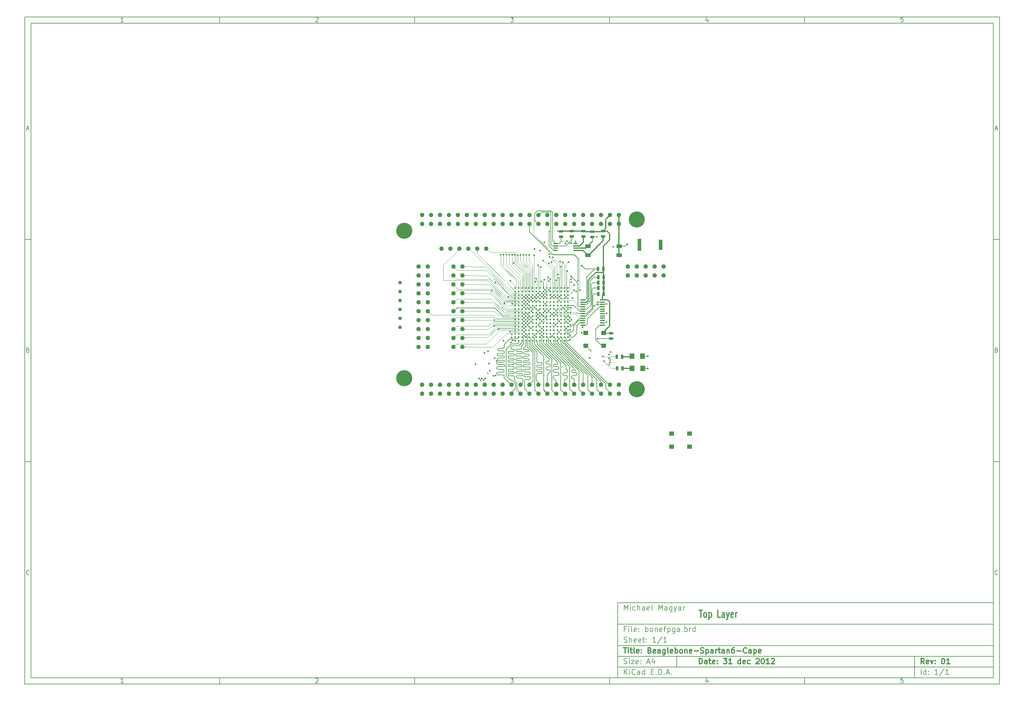
<source format=gtl>
G04 (created by PCBNEW-RS274X (2012-jan-04)-stable) date Mon Dec 31 11:21:29 2012*
G01*
G70*
G90*
%MOIN*%
G04 Gerber Fmt 3.4, Leading zero omitted, Abs format*
%FSLAX34Y34*%
G04 APERTURE LIST*
%ADD10C,0.006000*%
%ADD11C,0.012000*%
%ADD12R,0.039400X0.137800*%
%ADD13R,0.039400X0.118100*%
%ADD14C,0.051200*%
%ADD15C,0.180000*%
%ADD16R,0.051200X0.011800*%
%ADD17R,0.057900X0.016500*%
%ADD18R,0.045000X0.025000*%
%ADD19R,0.025000X0.045000*%
%ADD20R,0.059100X0.043300*%
%ADD21R,0.055100X0.063000*%
%ADD22R,0.055100X0.047200*%
%ADD23C,0.019700*%
%ADD24C,0.040200*%
%ADD25C,0.015000*%
%ADD26C,0.005100*%
%ADD27C,0.003900*%
%ADD28C,0.004900*%
%ADD29C,0.009800*%
%ADD30C,0.011800*%
G04 APERTURE END LIST*
G54D10*
X04000Y-04000D02*
X113000Y-04000D01*
X113000Y-78670D01*
X04000Y-78670D01*
X04000Y-04000D01*
X04700Y-04700D02*
X112300Y-04700D01*
X112300Y-77970D01*
X04700Y-77970D01*
X04700Y-04700D01*
X25800Y-04000D02*
X25800Y-04700D01*
X15043Y-04552D02*
X14757Y-04552D01*
X14900Y-04552D02*
X14900Y-04052D01*
X14852Y-04124D01*
X14805Y-04171D01*
X14757Y-04195D01*
X25800Y-78670D02*
X25800Y-77970D01*
X15043Y-78522D02*
X14757Y-78522D01*
X14900Y-78522D02*
X14900Y-78022D01*
X14852Y-78094D01*
X14805Y-78141D01*
X14757Y-78165D01*
X47600Y-04000D02*
X47600Y-04700D01*
X36557Y-04100D02*
X36581Y-04076D01*
X36629Y-04052D01*
X36748Y-04052D01*
X36795Y-04076D01*
X36819Y-04100D01*
X36843Y-04148D01*
X36843Y-04195D01*
X36819Y-04267D01*
X36533Y-04552D01*
X36843Y-04552D01*
X47600Y-78670D02*
X47600Y-77970D01*
X36557Y-78070D02*
X36581Y-78046D01*
X36629Y-78022D01*
X36748Y-78022D01*
X36795Y-78046D01*
X36819Y-78070D01*
X36843Y-78118D01*
X36843Y-78165D01*
X36819Y-78237D01*
X36533Y-78522D01*
X36843Y-78522D01*
X69400Y-04000D02*
X69400Y-04700D01*
X58333Y-04052D02*
X58643Y-04052D01*
X58476Y-04243D01*
X58548Y-04243D01*
X58595Y-04267D01*
X58619Y-04290D01*
X58643Y-04338D01*
X58643Y-04457D01*
X58619Y-04505D01*
X58595Y-04529D01*
X58548Y-04552D01*
X58405Y-04552D01*
X58357Y-04529D01*
X58333Y-04505D01*
X69400Y-78670D02*
X69400Y-77970D01*
X58333Y-78022D02*
X58643Y-78022D01*
X58476Y-78213D01*
X58548Y-78213D01*
X58595Y-78237D01*
X58619Y-78260D01*
X58643Y-78308D01*
X58643Y-78427D01*
X58619Y-78475D01*
X58595Y-78499D01*
X58548Y-78522D01*
X58405Y-78522D01*
X58357Y-78499D01*
X58333Y-78475D01*
X91200Y-04000D02*
X91200Y-04700D01*
X80395Y-04219D02*
X80395Y-04552D01*
X80276Y-04029D02*
X80157Y-04386D01*
X80467Y-04386D01*
X91200Y-78670D02*
X91200Y-77970D01*
X80395Y-78189D02*
X80395Y-78522D01*
X80276Y-77999D02*
X80157Y-78356D01*
X80467Y-78356D01*
X102219Y-04052D02*
X101981Y-04052D01*
X101957Y-04290D01*
X101981Y-04267D01*
X102029Y-04243D01*
X102148Y-04243D01*
X102195Y-04267D01*
X102219Y-04290D01*
X102243Y-04338D01*
X102243Y-04457D01*
X102219Y-04505D01*
X102195Y-04529D01*
X102148Y-04552D01*
X102029Y-04552D01*
X101981Y-04529D01*
X101957Y-04505D01*
X102219Y-78022D02*
X101981Y-78022D01*
X101957Y-78260D01*
X101981Y-78237D01*
X102029Y-78213D01*
X102148Y-78213D01*
X102195Y-78237D01*
X102219Y-78260D01*
X102243Y-78308D01*
X102243Y-78427D01*
X102219Y-78475D01*
X102195Y-78499D01*
X102148Y-78522D01*
X102029Y-78522D01*
X101981Y-78499D01*
X101957Y-78475D01*
X04000Y-28890D02*
X04700Y-28890D01*
X04231Y-16510D02*
X04469Y-16510D01*
X04184Y-16652D02*
X04350Y-16152D01*
X04517Y-16652D01*
X113000Y-28890D02*
X112300Y-28890D01*
X112531Y-16510D02*
X112769Y-16510D01*
X112484Y-16652D02*
X112650Y-16152D01*
X112817Y-16652D01*
X04000Y-53780D02*
X04700Y-53780D01*
X04386Y-41280D02*
X04457Y-41304D01*
X04481Y-41328D01*
X04505Y-41376D01*
X04505Y-41447D01*
X04481Y-41495D01*
X04457Y-41519D01*
X04410Y-41542D01*
X04219Y-41542D01*
X04219Y-41042D01*
X04386Y-41042D01*
X04433Y-41066D01*
X04457Y-41090D01*
X04481Y-41138D01*
X04481Y-41185D01*
X04457Y-41233D01*
X04433Y-41257D01*
X04386Y-41280D01*
X04219Y-41280D01*
X113000Y-53780D02*
X112300Y-53780D01*
X112686Y-41280D02*
X112757Y-41304D01*
X112781Y-41328D01*
X112805Y-41376D01*
X112805Y-41447D01*
X112781Y-41495D01*
X112757Y-41519D01*
X112710Y-41542D01*
X112519Y-41542D01*
X112519Y-41042D01*
X112686Y-41042D01*
X112733Y-41066D01*
X112757Y-41090D01*
X112781Y-41138D01*
X112781Y-41185D01*
X112757Y-41233D01*
X112733Y-41257D01*
X112686Y-41280D01*
X112519Y-41280D01*
X04505Y-66385D02*
X04481Y-66409D01*
X04410Y-66432D01*
X04362Y-66432D01*
X04290Y-66409D01*
X04243Y-66361D01*
X04219Y-66313D01*
X04195Y-66218D01*
X04195Y-66147D01*
X04219Y-66051D01*
X04243Y-66004D01*
X04290Y-65956D01*
X04362Y-65932D01*
X04410Y-65932D01*
X04481Y-65956D01*
X04505Y-65980D01*
X112805Y-66385D02*
X112781Y-66409D01*
X112710Y-66432D01*
X112662Y-66432D01*
X112590Y-66409D01*
X112543Y-66361D01*
X112519Y-66313D01*
X112495Y-66218D01*
X112495Y-66147D01*
X112519Y-66051D01*
X112543Y-66004D01*
X112590Y-65956D01*
X112662Y-65932D01*
X112710Y-65932D01*
X112781Y-65956D01*
X112805Y-65980D01*
G54D11*
X79443Y-76413D02*
X79443Y-75813D01*
X79586Y-75813D01*
X79671Y-75841D01*
X79729Y-75899D01*
X79757Y-75956D01*
X79786Y-76070D01*
X79786Y-76156D01*
X79757Y-76270D01*
X79729Y-76327D01*
X79671Y-76384D01*
X79586Y-76413D01*
X79443Y-76413D01*
X80300Y-76413D02*
X80300Y-76099D01*
X80271Y-76041D01*
X80214Y-76013D01*
X80100Y-76013D01*
X80043Y-76041D01*
X80300Y-76384D02*
X80243Y-76413D01*
X80100Y-76413D01*
X80043Y-76384D01*
X80014Y-76327D01*
X80014Y-76270D01*
X80043Y-76213D01*
X80100Y-76184D01*
X80243Y-76184D01*
X80300Y-76156D01*
X80500Y-76013D02*
X80729Y-76013D01*
X80586Y-75813D02*
X80586Y-76327D01*
X80614Y-76384D01*
X80672Y-76413D01*
X80729Y-76413D01*
X81157Y-76384D02*
X81100Y-76413D01*
X80986Y-76413D01*
X80929Y-76384D01*
X80900Y-76327D01*
X80900Y-76099D01*
X80929Y-76041D01*
X80986Y-76013D01*
X81100Y-76013D01*
X81157Y-76041D01*
X81186Y-76099D01*
X81186Y-76156D01*
X80900Y-76213D01*
X81443Y-76356D02*
X81471Y-76384D01*
X81443Y-76413D01*
X81414Y-76384D01*
X81443Y-76356D01*
X81443Y-76413D01*
X81443Y-76041D02*
X81471Y-76070D01*
X81443Y-76099D01*
X81414Y-76070D01*
X81443Y-76041D01*
X81443Y-76099D01*
X82129Y-75813D02*
X82500Y-75813D01*
X82300Y-76041D01*
X82386Y-76041D01*
X82443Y-76070D01*
X82472Y-76099D01*
X82500Y-76156D01*
X82500Y-76299D01*
X82472Y-76356D01*
X82443Y-76384D01*
X82386Y-76413D01*
X82214Y-76413D01*
X82157Y-76384D01*
X82129Y-76356D01*
X83071Y-76413D02*
X82728Y-76413D01*
X82900Y-76413D02*
X82900Y-75813D01*
X82843Y-75899D01*
X82785Y-75956D01*
X82728Y-75984D01*
X84042Y-76413D02*
X84042Y-75813D01*
X84042Y-76384D02*
X83985Y-76413D01*
X83871Y-76413D01*
X83813Y-76384D01*
X83785Y-76356D01*
X83756Y-76299D01*
X83756Y-76127D01*
X83785Y-76070D01*
X83813Y-76041D01*
X83871Y-76013D01*
X83985Y-76013D01*
X84042Y-76041D01*
X84556Y-76384D02*
X84499Y-76413D01*
X84385Y-76413D01*
X84328Y-76384D01*
X84299Y-76327D01*
X84299Y-76099D01*
X84328Y-76041D01*
X84385Y-76013D01*
X84499Y-76013D01*
X84556Y-76041D01*
X84585Y-76099D01*
X84585Y-76156D01*
X84299Y-76213D01*
X85099Y-76384D02*
X85042Y-76413D01*
X84928Y-76413D01*
X84870Y-76384D01*
X84842Y-76356D01*
X84813Y-76299D01*
X84813Y-76127D01*
X84842Y-76070D01*
X84870Y-76041D01*
X84928Y-76013D01*
X85042Y-76013D01*
X85099Y-76041D01*
X85784Y-75870D02*
X85813Y-75841D01*
X85870Y-75813D01*
X86013Y-75813D01*
X86070Y-75841D01*
X86099Y-75870D01*
X86127Y-75927D01*
X86127Y-75984D01*
X86099Y-76070D01*
X85756Y-76413D01*
X86127Y-76413D01*
X86498Y-75813D02*
X86555Y-75813D01*
X86612Y-75841D01*
X86641Y-75870D01*
X86670Y-75927D01*
X86698Y-76041D01*
X86698Y-76184D01*
X86670Y-76299D01*
X86641Y-76356D01*
X86612Y-76384D01*
X86555Y-76413D01*
X86498Y-76413D01*
X86441Y-76384D01*
X86412Y-76356D01*
X86384Y-76299D01*
X86355Y-76184D01*
X86355Y-76041D01*
X86384Y-75927D01*
X86412Y-75870D01*
X86441Y-75841D01*
X86498Y-75813D01*
X87269Y-76413D02*
X86926Y-76413D01*
X87098Y-76413D02*
X87098Y-75813D01*
X87041Y-75899D01*
X86983Y-75956D01*
X86926Y-75984D01*
X87497Y-75870D02*
X87526Y-75841D01*
X87583Y-75813D01*
X87726Y-75813D01*
X87783Y-75841D01*
X87812Y-75870D01*
X87840Y-75927D01*
X87840Y-75984D01*
X87812Y-76070D01*
X87469Y-76413D01*
X87840Y-76413D01*
G54D10*
X71043Y-77613D02*
X71043Y-77013D01*
X71386Y-77613D02*
X71129Y-77270D01*
X71386Y-77013D02*
X71043Y-77356D01*
X71643Y-77613D02*
X71643Y-77213D01*
X71643Y-77013D02*
X71614Y-77041D01*
X71643Y-77070D01*
X71671Y-77041D01*
X71643Y-77013D01*
X71643Y-77070D01*
X72272Y-77556D02*
X72243Y-77584D01*
X72157Y-77613D01*
X72100Y-77613D01*
X72015Y-77584D01*
X71957Y-77527D01*
X71929Y-77470D01*
X71900Y-77356D01*
X71900Y-77270D01*
X71929Y-77156D01*
X71957Y-77099D01*
X72015Y-77041D01*
X72100Y-77013D01*
X72157Y-77013D01*
X72243Y-77041D01*
X72272Y-77070D01*
X72786Y-77613D02*
X72786Y-77299D01*
X72757Y-77241D01*
X72700Y-77213D01*
X72586Y-77213D01*
X72529Y-77241D01*
X72786Y-77584D02*
X72729Y-77613D01*
X72586Y-77613D01*
X72529Y-77584D01*
X72500Y-77527D01*
X72500Y-77470D01*
X72529Y-77413D01*
X72586Y-77384D01*
X72729Y-77384D01*
X72786Y-77356D01*
X73329Y-77613D02*
X73329Y-77013D01*
X73329Y-77584D02*
X73272Y-77613D01*
X73158Y-77613D01*
X73100Y-77584D01*
X73072Y-77556D01*
X73043Y-77499D01*
X73043Y-77327D01*
X73072Y-77270D01*
X73100Y-77241D01*
X73158Y-77213D01*
X73272Y-77213D01*
X73329Y-77241D01*
X74072Y-77299D02*
X74272Y-77299D01*
X74358Y-77613D02*
X74072Y-77613D01*
X74072Y-77013D01*
X74358Y-77013D01*
X74615Y-77556D02*
X74643Y-77584D01*
X74615Y-77613D01*
X74586Y-77584D01*
X74615Y-77556D01*
X74615Y-77613D01*
X74901Y-77613D02*
X74901Y-77013D01*
X75044Y-77013D01*
X75129Y-77041D01*
X75187Y-77099D01*
X75215Y-77156D01*
X75244Y-77270D01*
X75244Y-77356D01*
X75215Y-77470D01*
X75187Y-77527D01*
X75129Y-77584D01*
X75044Y-77613D01*
X74901Y-77613D01*
X75501Y-77556D02*
X75529Y-77584D01*
X75501Y-77613D01*
X75472Y-77584D01*
X75501Y-77556D01*
X75501Y-77613D01*
X75758Y-77441D02*
X76044Y-77441D01*
X75701Y-77613D02*
X75901Y-77013D01*
X76101Y-77613D01*
X76301Y-77556D02*
X76329Y-77584D01*
X76301Y-77613D01*
X76272Y-77584D01*
X76301Y-77556D01*
X76301Y-77613D01*
G54D11*
X104586Y-76413D02*
X104386Y-76127D01*
X104243Y-76413D02*
X104243Y-75813D01*
X104471Y-75813D01*
X104529Y-75841D01*
X104557Y-75870D01*
X104586Y-75927D01*
X104586Y-76013D01*
X104557Y-76070D01*
X104529Y-76099D01*
X104471Y-76127D01*
X104243Y-76127D01*
X105071Y-76384D02*
X105014Y-76413D01*
X104900Y-76413D01*
X104843Y-76384D01*
X104814Y-76327D01*
X104814Y-76099D01*
X104843Y-76041D01*
X104900Y-76013D01*
X105014Y-76013D01*
X105071Y-76041D01*
X105100Y-76099D01*
X105100Y-76156D01*
X104814Y-76213D01*
X105300Y-76013D02*
X105443Y-76413D01*
X105585Y-76013D01*
X105814Y-76356D02*
X105842Y-76384D01*
X105814Y-76413D01*
X105785Y-76384D01*
X105814Y-76356D01*
X105814Y-76413D01*
X105814Y-76041D02*
X105842Y-76070D01*
X105814Y-76099D01*
X105785Y-76070D01*
X105814Y-76041D01*
X105814Y-76099D01*
X106671Y-75813D02*
X106728Y-75813D01*
X106785Y-75841D01*
X106814Y-75870D01*
X106843Y-75927D01*
X106871Y-76041D01*
X106871Y-76184D01*
X106843Y-76299D01*
X106814Y-76356D01*
X106785Y-76384D01*
X106728Y-76413D01*
X106671Y-76413D01*
X106614Y-76384D01*
X106585Y-76356D01*
X106557Y-76299D01*
X106528Y-76184D01*
X106528Y-76041D01*
X106557Y-75927D01*
X106585Y-75870D01*
X106614Y-75841D01*
X106671Y-75813D01*
X107442Y-76413D02*
X107099Y-76413D01*
X107271Y-76413D02*
X107271Y-75813D01*
X107214Y-75899D01*
X107156Y-75956D01*
X107099Y-75984D01*
G54D10*
X71014Y-76384D02*
X71100Y-76413D01*
X71243Y-76413D01*
X71300Y-76384D01*
X71329Y-76356D01*
X71357Y-76299D01*
X71357Y-76241D01*
X71329Y-76184D01*
X71300Y-76156D01*
X71243Y-76127D01*
X71129Y-76099D01*
X71071Y-76070D01*
X71043Y-76041D01*
X71014Y-75984D01*
X71014Y-75927D01*
X71043Y-75870D01*
X71071Y-75841D01*
X71129Y-75813D01*
X71271Y-75813D01*
X71357Y-75841D01*
X71614Y-76413D02*
X71614Y-76013D01*
X71614Y-75813D02*
X71585Y-75841D01*
X71614Y-75870D01*
X71642Y-75841D01*
X71614Y-75813D01*
X71614Y-75870D01*
X71843Y-76013D02*
X72157Y-76013D01*
X71843Y-76413D01*
X72157Y-76413D01*
X72614Y-76384D02*
X72557Y-76413D01*
X72443Y-76413D01*
X72386Y-76384D01*
X72357Y-76327D01*
X72357Y-76099D01*
X72386Y-76041D01*
X72443Y-76013D01*
X72557Y-76013D01*
X72614Y-76041D01*
X72643Y-76099D01*
X72643Y-76156D01*
X72357Y-76213D01*
X72900Y-76356D02*
X72928Y-76384D01*
X72900Y-76413D01*
X72871Y-76384D01*
X72900Y-76356D01*
X72900Y-76413D01*
X72900Y-76041D02*
X72928Y-76070D01*
X72900Y-76099D01*
X72871Y-76070D01*
X72900Y-76041D01*
X72900Y-76099D01*
X73614Y-76241D02*
X73900Y-76241D01*
X73557Y-76413D02*
X73757Y-75813D01*
X73957Y-76413D01*
X74414Y-76013D02*
X74414Y-76413D01*
X74271Y-75784D02*
X74128Y-76213D01*
X74500Y-76213D01*
X104243Y-77613D02*
X104243Y-77013D01*
X104786Y-77613D02*
X104786Y-77013D01*
X104786Y-77584D02*
X104729Y-77613D01*
X104615Y-77613D01*
X104557Y-77584D01*
X104529Y-77556D01*
X104500Y-77499D01*
X104500Y-77327D01*
X104529Y-77270D01*
X104557Y-77241D01*
X104615Y-77213D01*
X104729Y-77213D01*
X104786Y-77241D01*
X105072Y-77556D02*
X105100Y-77584D01*
X105072Y-77613D01*
X105043Y-77584D01*
X105072Y-77556D01*
X105072Y-77613D01*
X105072Y-77241D02*
X105100Y-77270D01*
X105072Y-77299D01*
X105043Y-77270D01*
X105072Y-77241D01*
X105072Y-77299D01*
X106129Y-77613D02*
X105786Y-77613D01*
X105958Y-77613D02*
X105958Y-77013D01*
X105901Y-77099D01*
X105843Y-77156D01*
X105786Y-77184D01*
X106814Y-76984D02*
X106300Y-77756D01*
X107329Y-77613D02*
X106986Y-77613D01*
X107158Y-77613D02*
X107158Y-77013D01*
X107101Y-77099D01*
X107043Y-77156D01*
X106986Y-77184D01*
G54D11*
X70957Y-74613D02*
X71300Y-74613D01*
X71129Y-75213D02*
X71129Y-74613D01*
X71500Y-75213D02*
X71500Y-74813D01*
X71500Y-74613D02*
X71471Y-74641D01*
X71500Y-74670D01*
X71528Y-74641D01*
X71500Y-74613D01*
X71500Y-74670D01*
X71700Y-74813D02*
X71929Y-74813D01*
X71786Y-74613D02*
X71786Y-75127D01*
X71814Y-75184D01*
X71872Y-75213D01*
X71929Y-75213D01*
X72215Y-75213D02*
X72157Y-75184D01*
X72129Y-75127D01*
X72129Y-74613D01*
X72671Y-75184D02*
X72614Y-75213D01*
X72500Y-75213D01*
X72443Y-75184D01*
X72414Y-75127D01*
X72414Y-74899D01*
X72443Y-74841D01*
X72500Y-74813D01*
X72614Y-74813D01*
X72671Y-74841D01*
X72700Y-74899D01*
X72700Y-74956D01*
X72414Y-75013D01*
X72957Y-75156D02*
X72985Y-75184D01*
X72957Y-75213D01*
X72928Y-75184D01*
X72957Y-75156D01*
X72957Y-75213D01*
X72957Y-74841D02*
X72985Y-74870D01*
X72957Y-74899D01*
X72928Y-74870D01*
X72957Y-74841D01*
X72957Y-74899D01*
X73900Y-74899D02*
X73986Y-74927D01*
X74014Y-74956D01*
X74043Y-75013D01*
X74043Y-75099D01*
X74014Y-75156D01*
X73986Y-75184D01*
X73928Y-75213D01*
X73700Y-75213D01*
X73700Y-74613D01*
X73900Y-74613D01*
X73957Y-74641D01*
X73986Y-74670D01*
X74014Y-74727D01*
X74014Y-74784D01*
X73986Y-74841D01*
X73957Y-74870D01*
X73900Y-74899D01*
X73700Y-74899D01*
X74528Y-75184D02*
X74471Y-75213D01*
X74357Y-75213D01*
X74300Y-75184D01*
X74271Y-75127D01*
X74271Y-74899D01*
X74300Y-74841D01*
X74357Y-74813D01*
X74471Y-74813D01*
X74528Y-74841D01*
X74557Y-74899D01*
X74557Y-74956D01*
X74271Y-75013D01*
X75071Y-75213D02*
X75071Y-74899D01*
X75042Y-74841D01*
X74985Y-74813D01*
X74871Y-74813D01*
X74814Y-74841D01*
X75071Y-75184D02*
X75014Y-75213D01*
X74871Y-75213D01*
X74814Y-75184D01*
X74785Y-75127D01*
X74785Y-75070D01*
X74814Y-75013D01*
X74871Y-74984D01*
X75014Y-74984D01*
X75071Y-74956D01*
X75614Y-74813D02*
X75614Y-75299D01*
X75585Y-75356D01*
X75557Y-75384D01*
X75500Y-75413D01*
X75414Y-75413D01*
X75357Y-75384D01*
X75614Y-75184D02*
X75557Y-75213D01*
X75443Y-75213D01*
X75385Y-75184D01*
X75357Y-75156D01*
X75328Y-75099D01*
X75328Y-74927D01*
X75357Y-74870D01*
X75385Y-74841D01*
X75443Y-74813D01*
X75557Y-74813D01*
X75614Y-74841D01*
X75986Y-75213D02*
X75928Y-75184D01*
X75900Y-75127D01*
X75900Y-74613D01*
X76442Y-75184D02*
X76385Y-75213D01*
X76271Y-75213D01*
X76214Y-75184D01*
X76185Y-75127D01*
X76185Y-74899D01*
X76214Y-74841D01*
X76271Y-74813D01*
X76385Y-74813D01*
X76442Y-74841D01*
X76471Y-74899D01*
X76471Y-74956D01*
X76185Y-75013D01*
X76728Y-75213D02*
X76728Y-74613D01*
X76728Y-74841D02*
X76785Y-74813D01*
X76899Y-74813D01*
X76956Y-74841D01*
X76985Y-74870D01*
X77014Y-74927D01*
X77014Y-75099D01*
X76985Y-75156D01*
X76956Y-75184D01*
X76899Y-75213D01*
X76785Y-75213D01*
X76728Y-75184D01*
X77357Y-75213D02*
X77299Y-75184D01*
X77271Y-75156D01*
X77242Y-75099D01*
X77242Y-74927D01*
X77271Y-74870D01*
X77299Y-74841D01*
X77357Y-74813D01*
X77442Y-74813D01*
X77499Y-74841D01*
X77528Y-74870D01*
X77557Y-74927D01*
X77557Y-75099D01*
X77528Y-75156D01*
X77499Y-75184D01*
X77442Y-75213D01*
X77357Y-75213D01*
X77814Y-74813D02*
X77814Y-75213D01*
X77814Y-74870D02*
X77842Y-74841D01*
X77900Y-74813D01*
X77985Y-74813D01*
X78042Y-74841D01*
X78071Y-74899D01*
X78071Y-75213D01*
X78585Y-75184D02*
X78528Y-75213D01*
X78414Y-75213D01*
X78357Y-75184D01*
X78328Y-75127D01*
X78328Y-74899D01*
X78357Y-74841D01*
X78414Y-74813D01*
X78528Y-74813D01*
X78585Y-74841D01*
X78614Y-74899D01*
X78614Y-74956D01*
X78328Y-75013D01*
X78871Y-74984D02*
X79328Y-74984D01*
X79585Y-75184D02*
X79671Y-75213D01*
X79814Y-75213D01*
X79871Y-75184D01*
X79900Y-75156D01*
X79928Y-75099D01*
X79928Y-75041D01*
X79900Y-74984D01*
X79871Y-74956D01*
X79814Y-74927D01*
X79700Y-74899D01*
X79642Y-74870D01*
X79614Y-74841D01*
X79585Y-74784D01*
X79585Y-74727D01*
X79614Y-74670D01*
X79642Y-74641D01*
X79700Y-74613D01*
X79842Y-74613D01*
X79928Y-74641D01*
X80185Y-74813D02*
X80185Y-75413D01*
X80185Y-74841D02*
X80242Y-74813D01*
X80356Y-74813D01*
X80413Y-74841D01*
X80442Y-74870D01*
X80471Y-74927D01*
X80471Y-75099D01*
X80442Y-75156D01*
X80413Y-75184D01*
X80356Y-75213D01*
X80242Y-75213D01*
X80185Y-75184D01*
X80985Y-75213D02*
X80985Y-74899D01*
X80956Y-74841D01*
X80899Y-74813D01*
X80785Y-74813D01*
X80728Y-74841D01*
X80985Y-75184D02*
X80928Y-75213D01*
X80785Y-75213D01*
X80728Y-75184D01*
X80699Y-75127D01*
X80699Y-75070D01*
X80728Y-75013D01*
X80785Y-74984D01*
X80928Y-74984D01*
X80985Y-74956D01*
X81271Y-75213D02*
X81271Y-74813D01*
X81271Y-74927D02*
X81299Y-74870D01*
X81328Y-74841D01*
X81385Y-74813D01*
X81442Y-74813D01*
X81556Y-74813D02*
X81785Y-74813D01*
X81642Y-74613D02*
X81642Y-75127D01*
X81670Y-75184D01*
X81728Y-75213D01*
X81785Y-75213D01*
X82242Y-75213D02*
X82242Y-74899D01*
X82213Y-74841D01*
X82156Y-74813D01*
X82042Y-74813D01*
X81985Y-74841D01*
X82242Y-75184D02*
X82185Y-75213D01*
X82042Y-75213D01*
X81985Y-75184D01*
X81956Y-75127D01*
X81956Y-75070D01*
X81985Y-75013D01*
X82042Y-74984D01*
X82185Y-74984D01*
X82242Y-74956D01*
X82528Y-74813D02*
X82528Y-75213D01*
X82528Y-74870D02*
X82556Y-74841D01*
X82614Y-74813D01*
X82699Y-74813D01*
X82756Y-74841D01*
X82785Y-74899D01*
X82785Y-75213D01*
X83328Y-74613D02*
X83214Y-74613D01*
X83157Y-74641D01*
X83128Y-74670D01*
X83071Y-74756D01*
X83042Y-74870D01*
X83042Y-75099D01*
X83071Y-75156D01*
X83099Y-75184D01*
X83157Y-75213D01*
X83271Y-75213D01*
X83328Y-75184D01*
X83357Y-75156D01*
X83385Y-75099D01*
X83385Y-74956D01*
X83357Y-74899D01*
X83328Y-74870D01*
X83271Y-74841D01*
X83157Y-74841D01*
X83099Y-74870D01*
X83071Y-74899D01*
X83042Y-74956D01*
X83642Y-74984D02*
X84099Y-74984D01*
X84728Y-75156D02*
X84699Y-75184D01*
X84613Y-75213D01*
X84556Y-75213D01*
X84471Y-75184D01*
X84413Y-75127D01*
X84385Y-75070D01*
X84356Y-74956D01*
X84356Y-74870D01*
X84385Y-74756D01*
X84413Y-74699D01*
X84471Y-74641D01*
X84556Y-74613D01*
X84613Y-74613D01*
X84699Y-74641D01*
X84728Y-74670D01*
X85242Y-75213D02*
X85242Y-74899D01*
X85213Y-74841D01*
X85156Y-74813D01*
X85042Y-74813D01*
X84985Y-74841D01*
X85242Y-75184D02*
X85185Y-75213D01*
X85042Y-75213D01*
X84985Y-75184D01*
X84956Y-75127D01*
X84956Y-75070D01*
X84985Y-75013D01*
X85042Y-74984D01*
X85185Y-74984D01*
X85242Y-74956D01*
X85528Y-74813D02*
X85528Y-75413D01*
X85528Y-74841D02*
X85585Y-74813D01*
X85699Y-74813D01*
X85756Y-74841D01*
X85785Y-74870D01*
X85814Y-74927D01*
X85814Y-75099D01*
X85785Y-75156D01*
X85756Y-75184D01*
X85699Y-75213D01*
X85585Y-75213D01*
X85528Y-75184D01*
X86299Y-75184D02*
X86242Y-75213D01*
X86128Y-75213D01*
X86071Y-75184D01*
X86042Y-75127D01*
X86042Y-74899D01*
X86071Y-74841D01*
X86128Y-74813D01*
X86242Y-74813D01*
X86299Y-74841D01*
X86328Y-74899D01*
X86328Y-74956D01*
X86042Y-75013D01*
G54D10*
X71243Y-72499D02*
X71043Y-72499D01*
X71043Y-72813D02*
X71043Y-72213D01*
X71329Y-72213D01*
X71557Y-72813D02*
X71557Y-72413D01*
X71557Y-72213D02*
X71528Y-72241D01*
X71557Y-72270D01*
X71585Y-72241D01*
X71557Y-72213D01*
X71557Y-72270D01*
X71929Y-72813D02*
X71871Y-72784D01*
X71843Y-72727D01*
X71843Y-72213D01*
X72385Y-72784D02*
X72328Y-72813D01*
X72214Y-72813D01*
X72157Y-72784D01*
X72128Y-72727D01*
X72128Y-72499D01*
X72157Y-72441D01*
X72214Y-72413D01*
X72328Y-72413D01*
X72385Y-72441D01*
X72414Y-72499D01*
X72414Y-72556D01*
X72128Y-72613D01*
X72671Y-72756D02*
X72699Y-72784D01*
X72671Y-72813D01*
X72642Y-72784D01*
X72671Y-72756D01*
X72671Y-72813D01*
X72671Y-72441D02*
X72699Y-72470D01*
X72671Y-72499D01*
X72642Y-72470D01*
X72671Y-72441D01*
X72671Y-72499D01*
X73414Y-72813D02*
X73414Y-72213D01*
X73414Y-72441D02*
X73471Y-72413D01*
X73585Y-72413D01*
X73642Y-72441D01*
X73671Y-72470D01*
X73700Y-72527D01*
X73700Y-72699D01*
X73671Y-72756D01*
X73642Y-72784D01*
X73585Y-72813D01*
X73471Y-72813D01*
X73414Y-72784D01*
X74043Y-72813D02*
X73985Y-72784D01*
X73957Y-72756D01*
X73928Y-72699D01*
X73928Y-72527D01*
X73957Y-72470D01*
X73985Y-72441D01*
X74043Y-72413D01*
X74128Y-72413D01*
X74185Y-72441D01*
X74214Y-72470D01*
X74243Y-72527D01*
X74243Y-72699D01*
X74214Y-72756D01*
X74185Y-72784D01*
X74128Y-72813D01*
X74043Y-72813D01*
X74500Y-72413D02*
X74500Y-72813D01*
X74500Y-72470D02*
X74528Y-72441D01*
X74586Y-72413D01*
X74671Y-72413D01*
X74728Y-72441D01*
X74757Y-72499D01*
X74757Y-72813D01*
X75271Y-72784D02*
X75214Y-72813D01*
X75100Y-72813D01*
X75043Y-72784D01*
X75014Y-72727D01*
X75014Y-72499D01*
X75043Y-72441D01*
X75100Y-72413D01*
X75214Y-72413D01*
X75271Y-72441D01*
X75300Y-72499D01*
X75300Y-72556D01*
X75014Y-72613D01*
X75471Y-72413D02*
X75700Y-72413D01*
X75557Y-72813D02*
X75557Y-72299D01*
X75585Y-72241D01*
X75643Y-72213D01*
X75700Y-72213D01*
X75900Y-72413D02*
X75900Y-73013D01*
X75900Y-72441D02*
X75957Y-72413D01*
X76071Y-72413D01*
X76128Y-72441D01*
X76157Y-72470D01*
X76186Y-72527D01*
X76186Y-72699D01*
X76157Y-72756D01*
X76128Y-72784D01*
X76071Y-72813D01*
X75957Y-72813D01*
X75900Y-72784D01*
X76700Y-72413D02*
X76700Y-72899D01*
X76671Y-72956D01*
X76643Y-72984D01*
X76586Y-73013D01*
X76500Y-73013D01*
X76443Y-72984D01*
X76700Y-72784D02*
X76643Y-72813D01*
X76529Y-72813D01*
X76471Y-72784D01*
X76443Y-72756D01*
X76414Y-72699D01*
X76414Y-72527D01*
X76443Y-72470D01*
X76471Y-72441D01*
X76529Y-72413D01*
X76643Y-72413D01*
X76700Y-72441D01*
X77243Y-72813D02*
X77243Y-72499D01*
X77214Y-72441D01*
X77157Y-72413D01*
X77043Y-72413D01*
X76986Y-72441D01*
X77243Y-72784D02*
X77186Y-72813D01*
X77043Y-72813D01*
X76986Y-72784D01*
X76957Y-72727D01*
X76957Y-72670D01*
X76986Y-72613D01*
X77043Y-72584D01*
X77186Y-72584D01*
X77243Y-72556D01*
X77529Y-72756D02*
X77557Y-72784D01*
X77529Y-72813D01*
X77500Y-72784D01*
X77529Y-72756D01*
X77529Y-72813D01*
X77815Y-72813D02*
X77815Y-72213D01*
X77815Y-72441D02*
X77872Y-72413D01*
X77986Y-72413D01*
X78043Y-72441D01*
X78072Y-72470D01*
X78101Y-72527D01*
X78101Y-72699D01*
X78072Y-72756D01*
X78043Y-72784D01*
X77986Y-72813D01*
X77872Y-72813D01*
X77815Y-72784D01*
X78358Y-72813D02*
X78358Y-72413D01*
X78358Y-72527D02*
X78386Y-72470D01*
X78415Y-72441D01*
X78472Y-72413D01*
X78529Y-72413D01*
X78986Y-72813D02*
X78986Y-72213D01*
X78986Y-72784D02*
X78929Y-72813D01*
X78815Y-72813D01*
X78757Y-72784D01*
X78729Y-72756D01*
X78700Y-72699D01*
X78700Y-72527D01*
X78729Y-72470D01*
X78757Y-72441D01*
X78815Y-72413D01*
X78929Y-72413D01*
X78986Y-72441D01*
X71014Y-73984D02*
X71100Y-74013D01*
X71243Y-74013D01*
X71300Y-73984D01*
X71329Y-73956D01*
X71357Y-73899D01*
X71357Y-73841D01*
X71329Y-73784D01*
X71300Y-73756D01*
X71243Y-73727D01*
X71129Y-73699D01*
X71071Y-73670D01*
X71043Y-73641D01*
X71014Y-73584D01*
X71014Y-73527D01*
X71043Y-73470D01*
X71071Y-73441D01*
X71129Y-73413D01*
X71271Y-73413D01*
X71357Y-73441D01*
X71614Y-74013D02*
X71614Y-73413D01*
X71871Y-74013D02*
X71871Y-73699D01*
X71842Y-73641D01*
X71785Y-73613D01*
X71700Y-73613D01*
X71642Y-73641D01*
X71614Y-73670D01*
X72385Y-73984D02*
X72328Y-74013D01*
X72214Y-74013D01*
X72157Y-73984D01*
X72128Y-73927D01*
X72128Y-73699D01*
X72157Y-73641D01*
X72214Y-73613D01*
X72328Y-73613D01*
X72385Y-73641D01*
X72414Y-73699D01*
X72414Y-73756D01*
X72128Y-73813D01*
X72899Y-73984D02*
X72842Y-74013D01*
X72728Y-74013D01*
X72671Y-73984D01*
X72642Y-73927D01*
X72642Y-73699D01*
X72671Y-73641D01*
X72728Y-73613D01*
X72842Y-73613D01*
X72899Y-73641D01*
X72928Y-73699D01*
X72928Y-73756D01*
X72642Y-73813D01*
X73099Y-73613D02*
X73328Y-73613D01*
X73185Y-73413D02*
X73185Y-73927D01*
X73213Y-73984D01*
X73271Y-74013D01*
X73328Y-74013D01*
X73528Y-73956D02*
X73556Y-73984D01*
X73528Y-74013D01*
X73499Y-73984D01*
X73528Y-73956D01*
X73528Y-74013D01*
X73528Y-73641D02*
X73556Y-73670D01*
X73528Y-73699D01*
X73499Y-73670D01*
X73528Y-73641D01*
X73528Y-73699D01*
X74585Y-74013D02*
X74242Y-74013D01*
X74414Y-74013D02*
X74414Y-73413D01*
X74357Y-73499D01*
X74299Y-73556D01*
X74242Y-73584D01*
X75270Y-73384D02*
X74756Y-74156D01*
X75785Y-74013D02*
X75442Y-74013D01*
X75614Y-74013D02*
X75614Y-73413D01*
X75557Y-73499D01*
X75499Y-73556D01*
X75442Y-73584D01*
X71043Y-70413D02*
X71043Y-69813D01*
X71243Y-70241D01*
X71443Y-69813D01*
X71443Y-70413D01*
X71729Y-70413D02*
X71729Y-70013D01*
X71729Y-69813D02*
X71700Y-69841D01*
X71729Y-69870D01*
X71757Y-69841D01*
X71729Y-69813D01*
X71729Y-69870D01*
X72272Y-70384D02*
X72215Y-70413D01*
X72101Y-70413D01*
X72043Y-70384D01*
X72015Y-70356D01*
X71986Y-70299D01*
X71986Y-70127D01*
X72015Y-70070D01*
X72043Y-70041D01*
X72101Y-70013D01*
X72215Y-70013D01*
X72272Y-70041D01*
X72529Y-70413D02*
X72529Y-69813D01*
X72786Y-70413D02*
X72786Y-70099D01*
X72757Y-70041D01*
X72700Y-70013D01*
X72615Y-70013D01*
X72557Y-70041D01*
X72529Y-70070D01*
X73329Y-70413D02*
X73329Y-70099D01*
X73300Y-70041D01*
X73243Y-70013D01*
X73129Y-70013D01*
X73072Y-70041D01*
X73329Y-70384D02*
X73272Y-70413D01*
X73129Y-70413D01*
X73072Y-70384D01*
X73043Y-70327D01*
X73043Y-70270D01*
X73072Y-70213D01*
X73129Y-70184D01*
X73272Y-70184D01*
X73329Y-70156D01*
X73843Y-70384D02*
X73786Y-70413D01*
X73672Y-70413D01*
X73615Y-70384D01*
X73586Y-70327D01*
X73586Y-70099D01*
X73615Y-70041D01*
X73672Y-70013D01*
X73786Y-70013D01*
X73843Y-70041D01*
X73872Y-70099D01*
X73872Y-70156D01*
X73586Y-70213D01*
X74215Y-70413D02*
X74157Y-70384D01*
X74129Y-70327D01*
X74129Y-69813D01*
X74900Y-70413D02*
X74900Y-69813D01*
X75100Y-70241D01*
X75300Y-69813D01*
X75300Y-70413D01*
X75843Y-70413D02*
X75843Y-70099D01*
X75814Y-70041D01*
X75757Y-70013D01*
X75643Y-70013D01*
X75586Y-70041D01*
X75843Y-70384D02*
X75786Y-70413D01*
X75643Y-70413D01*
X75586Y-70384D01*
X75557Y-70327D01*
X75557Y-70270D01*
X75586Y-70213D01*
X75643Y-70184D01*
X75786Y-70184D01*
X75843Y-70156D01*
X76386Y-70013D02*
X76386Y-70499D01*
X76357Y-70556D01*
X76329Y-70584D01*
X76272Y-70613D01*
X76186Y-70613D01*
X76129Y-70584D01*
X76386Y-70384D02*
X76329Y-70413D01*
X76215Y-70413D01*
X76157Y-70384D01*
X76129Y-70356D01*
X76100Y-70299D01*
X76100Y-70127D01*
X76129Y-70070D01*
X76157Y-70041D01*
X76215Y-70013D01*
X76329Y-70013D01*
X76386Y-70041D01*
X76615Y-70013D02*
X76758Y-70413D01*
X76900Y-70013D02*
X76758Y-70413D01*
X76700Y-70556D01*
X76672Y-70584D01*
X76615Y-70613D01*
X77386Y-70413D02*
X77386Y-70099D01*
X77357Y-70041D01*
X77300Y-70013D01*
X77186Y-70013D01*
X77129Y-70041D01*
X77386Y-70384D02*
X77329Y-70413D01*
X77186Y-70413D01*
X77129Y-70384D01*
X77100Y-70327D01*
X77100Y-70270D01*
X77129Y-70213D01*
X77186Y-70184D01*
X77329Y-70184D01*
X77386Y-70156D01*
X77672Y-70413D02*
X77672Y-70013D01*
X77672Y-70127D02*
X77700Y-70070D01*
X77729Y-70041D01*
X77786Y-70013D01*
X77843Y-70013D01*
X70300Y-69570D02*
X70300Y-77970D01*
X70300Y-71970D02*
X112300Y-71970D01*
X70300Y-69570D02*
X112300Y-69570D01*
X70300Y-74370D02*
X112300Y-74370D01*
X103500Y-75570D02*
X103500Y-77970D01*
X70300Y-76770D02*
X112300Y-76770D01*
X70300Y-75570D02*
X112300Y-75570D01*
X76900Y-75570D02*
X76900Y-76770D01*
G54D11*
X79423Y-70398D02*
X79766Y-70398D01*
X79595Y-71198D02*
X79595Y-70398D01*
X80052Y-71198D02*
X79994Y-71160D01*
X79966Y-71122D01*
X79937Y-71045D01*
X79937Y-70817D01*
X79966Y-70741D01*
X79994Y-70703D01*
X80052Y-70664D01*
X80137Y-70664D01*
X80194Y-70703D01*
X80223Y-70741D01*
X80252Y-70817D01*
X80252Y-71045D01*
X80223Y-71122D01*
X80194Y-71160D01*
X80137Y-71198D01*
X80052Y-71198D01*
X80509Y-70664D02*
X80509Y-71464D01*
X80509Y-70703D02*
X80566Y-70664D01*
X80680Y-70664D01*
X80737Y-70703D01*
X80766Y-70741D01*
X80795Y-70817D01*
X80795Y-71045D01*
X80766Y-71122D01*
X80737Y-71160D01*
X80680Y-71198D01*
X80566Y-71198D01*
X80509Y-71160D01*
X81795Y-71198D02*
X81509Y-71198D01*
X81509Y-70398D01*
X82252Y-71198D02*
X82252Y-70779D01*
X82223Y-70703D01*
X82166Y-70664D01*
X82052Y-70664D01*
X81995Y-70703D01*
X82252Y-71160D02*
X82195Y-71198D01*
X82052Y-71198D01*
X81995Y-71160D01*
X81966Y-71084D01*
X81966Y-71007D01*
X81995Y-70931D01*
X82052Y-70893D01*
X82195Y-70893D01*
X82252Y-70855D01*
X82481Y-70664D02*
X82624Y-71198D01*
X82766Y-70664D02*
X82624Y-71198D01*
X82566Y-71388D01*
X82538Y-71426D01*
X82481Y-71464D01*
X83223Y-71160D02*
X83166Y-71198D01*
X83052Y-71198D01*
X82995Y-71160D01*
X82966Y-71084D01*
X82966Y-70779D01*
X82995Y-70703D01*
X83052Y-70664D01*
X83166Y-70664D01*
X83223Y-70703D01*
X83252Y-70779D01*
X83252Y-70855D01*
X82966Y-70931D01*
X83509Y-71198D02*
X83509Y-70664D01*
X83509Y-70817D02*
X83537Y-70741D01*
X83566Y-70703D01*
X83623Y-70664D01*
X83680Y-70664D01*
G54D12*
X72736Y-29504D03*
G54D13*
X75098Y-29504D03*
G54D14*
X51949Y-32949D03*
X52956Y-32949D03*
X51949Y-31949D03*
X52956Y-31949D03*
X52956Y-35949D03*
X51949Y-35949D03*
X52956Y-36949D03*
X51949Y-36949D03*
X52956Y-33949D03*
X51949Y-33949D03*
X52956Y-34949D03*
X51949Y-34949D03*
X51949Y-38949D03*
X52956Y-38949D03*
X51949Y-37949D03*
X52956Y-37949D03*
X51949Y-40949D03*
X52956Y-40949D03*
X51949Y-39949D03*
X52956Y-39949D03*
X55610Y-29925D03*
X54610Y-29925D03*
X53610Y-29925D03*
X50610Y-29925D03*
X51610Y-29925D03*
X52610Y-29925D03*
G54D15*
X46431Y-27931D03*
X72431Y-26681D03*
X72431Y-45681D03*
X46431Y-44431D03*
G54D14*
X70431Y-26181D03*
X70431Y-27181D03*
X69431Y-26181D03*
X69431Y-27181D03*
X68431Y-26181D03*
X68431Y-27181D03*
X67431Y-26181D03*
X67431Y-27181D03*
X66431Y-26181D03*
X66431Y-27181D03*
X65431Y-26181D03*
X65431Y-27181D03*
X64431Y-26181D03*
X64431Y-27181D03*
X63431Y-26181D03*
X63431Y-27181D03*
X62431Y-26181D03*
X62431Y-27181D03*
X61431Y-26181D03*
X61431Y-27181D03*
X60431Y-26181D03*
X60431Y-27181D03*
X59431Y-26181D03*
X59431Y-27181D03*
X58431Y-26181D03*
X58431Y-27181D03*
X57431Y-26181D03*
X57431Y-27181D03*
X56431Y-26181D03*
X56431Y-27181D03*
X55431Y-26181D03*
X55431Y-27181D03*
X54431Y-26181D03*
X54431Y-27181D03*
X53431Y-26181D03*
X53431Y-27181D03*
X52431Y-26181D03*
X52431Y-27181D03*
X51431Y-26181D03*
X51431Y-27181D03*
X50431Y-26181D03*
X50431Y-27181D03*
X49431Y-26181D03*
X49431Y-27181D03*
X48431Y-26181D03*
X48431Y-27181D03*
X70431Y-45181D03*
X70431Y-46181D03*
X69431Y-45181D03*
X69431Y-46181D03*
X68431Y-45181D03*
X68431Y-46181D03*
X67431Y-45181D03*
X67431Y-46181D03*
X66431Y-45181D03*
X66431Y-46181D03*
X65431Y-45181D03*
X65431Y-46181D03*
X64431Y-45181D03*
X64431Y-46181D03*
X63431Y-45181D03*
X63431Y-46181D03*
X62431Y-45181D03*
X62431Y-46181D03*
X61431Y-45181D03*
X61431Y-46181D03*
X60431Y-45181D03*
X60431Y-46181D03*
X59431Y-45181D03*
X59431Y-46181D03*
X58431Y-45181D03*
X58431Y-46181D03*
X57431Y-45181D03*
X57431Y-46181D03*
X56431Y-45181D03*
X56431Y-46181D03*
X55431Y-45181D03*
X55431Y-46181D03*
X54431Y-45181D03*
X54431Y-46181D03*
X53431Y-45181D03*
X53431Y-46181D03*
X52431Y-45181D03*
X52431Y-46181D03*
X51431Y-45181D03*
X51431Y-46181D03*
X50431Y-45181D03*
X50431Y-46181D03*
X49431Y-45181D03*
X49431Y-46181D03*
X48431Y-45181D03*
X48431Y-46181D03*
X75431Y-31931D03*
X75431Y-32931D03*
X74431Y-31931D03*
X74431Y-32931D03*
X73431Y-31931D03*
X73431Y-32931D03*
X72431Y-31931D03*
X72431Y-32931D03*
X71431Y-31931D03*
X71431Y-32931D03*
G54D16*
X65580Y-30130D03*
X65580Y-29880D03*
X65580Y-29620D03*
X65580Y-29370D03*
X63380Y-29370D03*
X63380Y-29620D03*
X63380Y-29880D03*
X63380Y-30135D03*
G54D17*
X66394Y-37207D03*
X66394Y-37463D03*
X66394Y-37719D03*
X66394Y-37975D03*
X66394Y-36439D03*
X66394Y-36695D03*
X66394Y-36951D03*
X68598Y-37207D03*
X68598Y-36951D03*
X68598Y-36695D03*
X68598Y-36439D03*
X68598Y-36183D03*
X68598Y-35927D03*
X66394Y-38231D03*
X68596Y-35671D03*
X66394Y-36183D03*
X66394Y-38487D03*
X68598Y-37463D03*
X66394Y-35928D03*
X68598Y-38487D03*
X68598Y-37718D03*
X66394Y-35672D03*
X68598Y-38231D03*
X68598Y-37974D03*
G54D18*
X68681Y-27972D03*
X68681Y-28572D03*
X67492Y-28023D03*
X67492Y-28623D03*
X66472Y-27983D03*
X66472Y-28583D03*
X63980Y-28015D03*
X63980Y-28615D03*
X65173Y-27980D03*
X65173Y-28580D03*
G54D19*
X68709Y-32209D03*
X68109Y-32209D03*
X68733Y-33122D03*
X68133Y-33122D03*
X68729Y-34350D03*
X68129Y-34350D03*
X68741Y-35000D03*
X68141Y-35000D03*
X68737Y-33729D03*
X68137Y-33729D03*
X70816Y-42043D03*
X70216Y-42043D03*
X70831Y-43331D03*
X70231Y-43331D03*
G54D18*
X69587Y-39405D03*
X69587Y-40005D03*
G54D20*
X70469Y-29654D03*
X70469Y-30654D03*
X66966Y-29654D03*
X66966Y-30654D03*
G54D21*
X71894Y-41984D03*
X73075Y-41984D03*
X71921Y-43319D03*
X73102Y-43319D03*
G54D14*
X48059Y-32949D03*
X49066Y-32949D03*
X48059Y-31949D03*
X49066Y-31949D03*
X49066Y-35949D03*
X48059Y-35949D03*
X49066Y-36949D03*
X48059Y-36949D03*
X49066Y-33949D03*
X48059Y-33949D03*
X49066Y-34949D03*
X48059Y-34949D03*
X48059Y-38949D03*
X49066Y-38949D03*
X48059Y-37949D03*
X49066Y-37949D03*
X48059Y-40949D03*
X49066Y-40949D03*
X48059Y-39949D03*
X49066Y-39949D03*
G54D22*
X66728Y-39358D03*
X68728Y-39358D03*
X68728Y-40815D03*
X66728Y-40815D03*
G54D23*
X58849Y-40240D03*
X58849Y-39847D03*
X58849Y-39453D03*
X58849Y-39059D03*
X58849Y-38665D03*
X58849Y-38272D03*
X58849Y-37878D03*
X58849Y-37484D03*
X58849Y-37091D03*
X58849Y-36697D03*
X58849Y-36303D03*
X58849Y-35910D03*
X58849Y-35516D03*
X58849Y-35122D03*
X58849Y-34728D03*
X58849Y-34335D03*
X59242Y-40240D03*
X59242Y-39847D03*
X59242Y-39453D03*
X59242Y-39059D03*
X59242Y-38665D03*
X59242Y-38272D03*
X59242Y-37878D03*
X59242Y-37484D03*
X59242Y-37091D03*
X59242Y-36697D03*
X59242Y-36303D03*
X59242Y-35909D03*
X59242Y-35516D03*
X59242Y-35122D03*
X59242Y-34729D03*
X59242Y-34335D03*
X59636Y-40240D03*
X59636Y-39847D03*
X59636Y-39453D03*
X59636Y-39059D03*
X59636Y-38665D03*
X59636Y-38272D03*
X59636Y-37878D03*
X59636Y-37484D03*
X59636Y-37091D03*
X59636Y-36697D03*
X59636Y-36303D03*
X59636Y-35910D03*
X59636Y-35516D03*
X59636Y-35122D03*
X59636Y-34728D03*
X59636Y-34335D03*
X60030Y-40240D03*
X60030Y-39847D03*
X60030Y-39453D03*
X60030Y-39059D03*
X60030Y-38665D03*
X60030Y-38272D03*
X60030Y-37878D03*
X60030Y-37484D03*
X60030Y-37091D03*
X60030Y-36697D03*
X60030Y-36303D03*
X60030Y-35910D03*
X60030Y-35516D03*
X60030Y-35122D03*
X60030Y-34728D03*
X60030Y-34335D03*
X60424Y-40240D03*
X60424Y-39847D03*
X60424Y-39453D03*
X60424Y-39059D03*
X60424Y-38665D03*
X60424Y-38272D03*
X60424Y-37878D03*
X60424Y-37484D03*
X60424Y-37091D03*
X60424Y-36697D03*
X60424Y-36303D03*
X60424Y-35910D03*
X60424Y-35516D03*
X60424Y-35122D03*
X60424Y-34728D03*
X60424Y-34335D03*
X60817Y-40240D03*
X60817Y-39847D03*
X60817Y-39453D03*
X60817Y-39059D03*
X60817Y-38665D03*
X60817Y-38272D03*
X60817Y-37878D03*
X60817Y-37484D03*
X60817Y-37091D03*
X60817Y-36697D03*
X60817Y-36303D03*
X60817Y-35910D03*
X60817Y-35516D03*
X60817Y-35122D03*
X60817Y-34728D03*
X60817Y-34335D03*
X61211Y-40240D03*
X61211Y-39847D03*
X61211Y-39453D03*
X61211Y-39059D03*
X61211Y-38665D03*
X61211Y-38272D03*
X61211Y-37878D03*
X61211Y-37484D03*
X61211Y-37091D03*
X61211Y-36697D03*
X61211Y-36303D03*
X61211Y-35910D03*
X61211Y-35516D03*
X61211Y-35122D03*
X61211Y-34728D03*
X61211Y-34335D03*
X61605Y-40240D03*
X61605Y-39847D03*
X61605Y-39453D03*
X61605Y-39059D03*
X61605Y-38665D03*
X61605Y-38272D03*
X61605Y-37878D03*
X61605Y-37484D03*
X61605Y-37091D03*
X61605Y-36697D03*
X61605Y-36303D03*
X61605Y-35910D03*
X61605Y-35516D03*
X61605Y-35122D03*
X61605Y-34728D03*
X61605Y-34335D03*
X61998Y-40240D03*
X61998Y-39847D03*
X61998Y-39453D03*
X61998Y-39059D03*
X61998Y-38665D03*
X61998Y-38272D03*
X61998Y-37878D03*
X61998Y-37484D03*
X61998Y-37091D03*
X61998Y-36697D03*
X61998Y-36303D03*
X61998Y-35910D03*
X61998Y-35516D03*
X61998Y-35122D03*
X61998Y-34728D03*
X61998Y-34335D03*
X62392Y-40240D03*
X62392Y-39847D03*
X62392Y-39453D03*
X62392Y-39059D03*
X62392Y-38665D03*
X62392Y-38272D03*
X62392Y-37878D03*
X62392Y-37484D03*
X62392Y-37091D03*
X62392Y-36697D03*
X62392Y-36303D03*
X62392Y-35910D03*
X62392Y-35516D03*
X62392Y-35122D03*
X62392Y-34728D03*
X62392Y-34335D03*
X62786Y-40240D03*
X62786Y-39847D03*
X62786Y-39453D03*
X62786Y-39059D03*
X62786Y-38665D03*
X62786Y-38272D03*
X62786Y-37878D03*
X62786Y-37484D03*
X62786Y-37091D03*
X62786Y-36697D03*
X62786Y-36303D03*
X62786Y-35910D03*
X62786Y-35516D03*
X62786Y-35122D03*
X62786Y-34728D03*
X62786Y-34335D03*
X63179Y-40240D03*
X63179Y-39847D03*
X63179Y-39453D03*
X63179Y-39059D03*
X63179Y-38665D03*
X63179Y-38272D03*
X63179Y-37878D03*
X63179Y-37484D03*
X63179Y-37091D03*
X63179Y-36697D03*
X63179Y-36303D03*
X63179Y-35910D03*
X63179Y-35516D03*
X63179Y-35122D03*
X63179Y-34728D03*
X63179Y-34335D03*
X63573Y-40240D03*
X63573Y-39847D03*
X63573Y-39453D03*
X63573Y-39059D03*
X63573Y-38665D03*
X63573Y-38272D03*
X63573Y-37878D03*
X63573Y-37484D03*
X63573Y-37091D03*
X63573Y-36697D03*
X63573Y-36303D03*
X63573Y-35910D03*
X63573Y-35516D03*
X63573Y-35122D03*
X63573Y-34728D03*
X63573Y-34335D03*
X63967Y-40240D03*
X63967Y-39847D03*
X63967Y-39453D03*
X63967Y-39059D03*
X63967Y-38665D03*
X63967Y-38272D03*
X63967Y-37878D03*
X63967Y-37484D03*
X63967Y-37091D03*
X63967Y-36697D03*
X63967Y-36303D03*
X63967Y-35910D03*
X63967Y-35516D03*
X63967Y-35122D03*
X63967Y-34728D03*
X63967Y-34335D03*
X64361Y-40240D03*
X64361Y-39847D03*
X64361Y-39453D03*
X64361Y-39059D03*
X64361Y-38665D03*
X64361Y-38272D03*
X64361Y-37878D03*
X64361Y-37484D03*
X64361Y-37091D03*
X64361Y-36697D03*
X64361Y-36303D03*
X64361Y-35910D03*
X64361Y-35516D03*
X64361Y-35122D03*
X64361Y-34728D03*
X64361Y-34335D03*
X64754Y-40240D03*
X64754Y-39847D03*
X64754Y-39453D03*
X64754Y-39059D03*
X64754Y-38665D03*
X64754Y-38272D03*
X64754Y-37878D03*
X64754Y-37484D03*
X64754Y-37091D03*
X64754Y-36697D03*
X64754Y-36303D03*
X64754Y-35910D03*
X64754Y-35516D03*
X64754Y-35122D03*
X64754Y-34728D03*
X64754Y-34335D03*
G54D24*
X45980Y-38726D03*
X45980Y-37726D03*
X45980Y-36726D03*
X45980Y-33726D03*
X45980Y-34726D03*
X45980Y-35726D03*
G54D22*
X76340Y-50643D03*
X78340Y-50643D03*
X78340Y-52100D03*
X76340Y-52100D03*
G54D23*
X55122Y-44465D03*
X69445Y-42656D03*
X55465Y-44453D03*
X69334Y-41756D03*
X55299Y-44644D03*
X54795Y-44461D03*
X54961Y-44652D03*
X69470Y-42400D03*
X69384Y-42915D03*
X69494Y-41514D03*
X69331Y-42209D03*
X64945Y-38055D03*
X66285Y-39343D03*
X68063Y-35929D03*
X65041Y-37118D03*
X67717Y-36339D03*
X64646Y-29106D03*
X65138Y-29301D03*
X64984Y-37669D03*
X68085Y-36203D03*
X66264Y-31835D03*
X65882Y-33504D03*
X65091Y-36565D03*
X66067Y-34571D03*
X64565Y-36892D03*
X62254Y-37620D03*
X61404Y-37677D03*
X61415Y-36874D03*
X62189Y-36898D03*
X61819Y-39673D03*
X58661Y-31537D03*
X61654Y-30173D03*
X62984Y-37291D03*
X64559Y-38862D03*
X62197Y-36102D03*
X60622Y-37673D03*
X61016Y-36492D03*
X59854Y-39689D03*
X60610Y-38846D03*
X62594Y-33583D03*
X63406Y-36874D03*
X63671Y-33211D03*
X61429Y-38453D03*
X63740Y-35724D03*
X63366Y-38465D03*
X61126Y-33622D03*
X62181Y-35323D03*
X65122Y-33689D03*
X62094Y-29244D03*
X65262Y-35467D03*
X56642Y-33697D03*
X61039Y-35343D03*
X63756Y-40035D03*
X61791Y-39256D03*
X64543Y-37642D03*
X63760Y-38063D03*
X61398Y-39240D03*
X64543Y-35323D03*
X59821Y-38083D03*
X56774Y-42506D03*
X58289Y-39222D03*
X56634Y-44146D03*
X58437Y-39854D03*
X59835Y-36496D03*
X58384Y-40449D03*
X58067Y-35350D03*
X58461Y-39539D03*
X59843Y-38846D03*
X56961Y-38982D03*
X59825Y-38490D03*
X56502Y-38591D03*
X60602Y-38091D03*
X60236Y-38461D03*
X60236Y-37665D03*
X60224Y-38069D03*
X59819Y-37689D03*
X60638Y-36909D03*
X59858Y-37268D03*
X60248Y-36520D03*
G54D25*
X57421Y-36541D03*
G54D23*
X60226Y-36108D03*
X60610Y-36488D03*
X56211Y-34642D03*
X57659Y-36081D03*
X59831Y-36100D03*
X59848Y-35728D03*
G54D25*
X63602Y-27984D03*
X62661Y-28012D03*
G54D23*
X65449Y-34016D03*
X62217Y-34949D03*
X65098Y-33031D03*
X63441Y-33467D03*
X65067Y-33350D03*
X58498Y-36089D03*
X64980Y-40118D03*
X62594Y-34543D03*
X65598Y-29134D03*
X66386Y-38736D03*
X64476Y-29331D03*
X68043Y-40008D03*
X58559Y-40213D03*
X69047Y-38165D03*
X63659Y-32839D03*
X62685Y-30555D03*
X69071Y-37157D03*
X57555Y-40228D03*
X61785Y-33606D03*
X55921Y-42787D03*
X56516Y-37931D03*
X63752Y-39264D03*
X54398Y-42862D03*
X62571Y-36909D03*
X61799Y-37287D03*
X64539Y-38091D03*
X65665Y-34740D03*
X71374Y-29445D03*
G54D25*
X61413Y-35724D03*
X67323Y-41370D03*
G54D23*
X58307Y-33543D03*
X56024Y-43606D03*
X62980Y-39687D03*
X61390Y-37303D03*
X59850Y-35341D03*
X61835Y-38858D03*
X63776Y-35311D03*
X63370Y-37307D03*
X64998Y-38461D03*
X56394Y-44157D03*
X69057Y-36142D03*
X64173Y-36549D03*
X65146Y-37898D03*
G54D25*
X55768Y-43878D03*
G54D23*
X61024Y-39650D03*
X61024Y-29969D03*
X73681Y-43331D03*
X59831Y-39224D03*
X61800Y-38075D03*
X73669Y-41972D03*
X60228Y-37272D03*
X55398Y-41614D03*
X65445Y-34575D03*
X64972Y-39638D03*
X68776Y-42551D03*
X64969Y-39051D03*
X68650Y-42012D03*
X56559Y-42181D03*
X55819Y-41417D03*
G54D25*
X65579Y-43575D03*
G54D23*
X67181Y-42169D03*
X69819Y-29744D03*
X67961Y-28610D03*
X61797Y-34923D03*
X60630Y-35327D03*
X60226Y-35321D03*
X60620Y-35709D03*
X60228Y-35715D03*
X57252Y-30598D03*
X57559Y-30587D03*
X57874Y-30598D03*
X58189Y-30591D03*
X58504Y-30598D03*
X58819Y-30618D03*
X61008Y-35720D03*
X59148Y-30654D03*
X59445Y-30626D03*
X61407Y-34933D03*
X61421Y-35346D03*
X61801Y-35317D03*
X60079Y-30646D03*
X59768Y-30626D03*
X64683Y-32431D03*
X63362Y-35325D03*
X62984Y-35331D03*
X62531Y-33134D03*
X62776Y-33331D03*
X62126Y-33406D03*
X61720Y-31996D03*
X61425Y-31815D03*
X60965Y-30673D03*
X61976Y-31283D03*
X62606Y-31563D03*
X62915Y-31419D03*
X63951Y-31951D03*
X63860Y-31376D03*
X64177Y-31480D03*
X64807Y-31421D03*
X61165Y-33272D03*
X60394Y-30646D03*
X62193Y-34551D03*
X63071Y-30896D03*
X62711Y-30862D03*
G54D26*
X67839Y-38932D02*
X67839Y-40099D01*
X68284Y-38487D02*
X67839Y-38932D01*
X67839Y-40099D02*
X68555Y-40815D01*
X68598Y-38487D02*
X68284Y-38487D01*
X68555Y-40815D02*
X68728Y-40815D01*
X64754Y-36303D02*
X65311Y-36303D01*
X65390Y-36303D02*
X66038Y-36951D01*
X66038Y-36951D02*
X66394Y-36951D01*
X65311Y-36303D02*
X65390Y-36303D01*
X66833Y-37207D02*
X66394Y-37207D01*
X67441Y-36599D02*
X66833Y-37207D01*
X68129Y-34350D02*
X67587Y-34350D01*
X67587Y-34350D02*
X67441Y-34496D01*
X67441Y-34496D02*
X67441Y-36599D01*
G54D27*
X64875Y-36702D02*
X64872Y-36699D01*
X65264Y-37091D02*
X64875Y-36702D01*
X64875Y-36702D02*
X64759Y-36702D01*
X64759Y-36702D02*
X64754Y-36697D01*
X65713Y-37091D02*
X65264Y-37091D01*
G54D26*
X65713Y-37091D02*
X65829Y-37207D01*
X66394Y-37207D02*
X65829Y-37207D01*
G54D28*
X63967Y-35516D02*
X64177Y-35728D01*
X65744Y-36110D02*
X65744Y-36449D01*
G54D26*
X67339Y-33928D02*
X67339Y-36244D01*
G54D28*
X65744Y-36449D02*
X65990Y-36695D01*
G54D26*
X66888Y-36695D02*
X66394Y-36695D01*
G54D28*
X64177Y-35728D02*
X65362Y-35728D01*
G54D26*
X68137Y-33729D02*
X67538Y-33729D01*
G54D28*
X65990Y-36695D02*
X66394Y-36695D01*
G54D26*
X67538Y-33729D02*
X67339Y-33928D01*
X67339Y-36244D02*
X66888Y-36695D01*
G54D28*
X65362Y-35728D02*
X65744Y-36110D01*
G54D27*
X66287Y-39358D02*
X66728Y-39358D01*
X64754Y-37878D02*
X64768Y-37878D01*
X66285Y-39343D02*
X66287Y-39358D01*
X64768Y-37878D02*
X64945Y-38055D01*
G54D26*
X61431Y-27181D02*
X61039Y-26789D01*
G54D27*
X64008Y-29106D02*
X63965Y-29149D01*
X64646Y-29106D02*
X64008Y-29106D01*
G54D26*
X68066Y-35927D02*
X68065Y-35927D01*
G54D27*
X64926Y-37091D02*
X65014Y-37091D01*
G54D26*
X63965Y-28630D02*
X63980Y-28615D01*
X62882Y-25705D02*
X63043Y-25866D01*
X63043Y-27504D02*
X63043Y-29033D01*
X61039Y-26012D02*
X61346Y-25705D01*
X68097Y-35927D02*
X68598Y-35927D01*
X63965Y-29149D02*
X63965Y-28630D01*
X68097Y-35927D02*
X68066Y-35927D01*
G54D27*
X67717Y-36339D02*
X68066Y-35927D01*
X64754Y-37091D02*
X64926Y-37091D01*
X65014Y-37091D02*
X65041Y-37118D01*
G54D26*
X63043Y-25866D02*
X63043Y-27504D01*
X63380Y-29370D02*
X63744Y-29370D01*
X61346Y-25705D02*
X62882Y-25705D01*
X63043Y-29033D02*
X63380Y-29370D01*
X61039Y-26789D02*
X61039Y-26012D01*
X68063Y-35929D02*
X68065Y-35927D01*
X63744Y-29370D02*
X63965Y-29149D01*
X63043Y-27504D02*
X63043Y-27512D01*
X64475Y-29620D02*
X64776Y-29319D01*
X62858Y-25885D02*
X62858Y-27587D01*
X62812Y-25839D02*
X62858Y-25885D01*
X63380Y-29620D02*
X64475Y-29620D01*
X68598Y-36183D02*
X68588Y-36173D01*
X68598Y-36183D02*
X68293Y-36183D01*
G54D27*
X68085Y-36203D02*
X68132Y-36183D01*
G54D26*
X64984Y-37669D02*
X64799Y-37484D01*
X62858Y-29468D02*
X63010Y-29620D01*
X64754Y-37484D02*
X64799Y-37484D01*
X64776Y-29319D02*
X65173Y-28922D01*
X64776Y-29319D02*
X65138Y-29301D01*
X61431Y-26181D02*
X61805Y-25839D01*
X65138Y-29301D02*
X65144Y-29301D01*
X65173Y-28922D02*
X65173Y-28580D01*
X63010Y-29620D02*
X63380Y-29620D01*
G54D27*
X68132Y-36183D02*
X68598Y-36183D01*
G54D26*
X61805Y-25839D02*
X62812Y-25839D01*
X62858Y-27587D02*
X62858Y-29468D01*
X65374Y-39040D02*
X65154Y-39260D01*
X64552Y-39260D02*
X64361Y-39453D01*
X65154Y-39260D02*
X64552Y-39260D01*
X66394Y-37975D02*
X65954Y-37975D01*
X65954Y-37975D02*
X65374Y-38555D01*
X65374Y-38555D02*
X65374Y-39040D01*
X66264Y-31835D02*
X66638Y-32209D01*
X67744Y-32209D02*
X68109Y-32209D01*
X66394Y-35672D02*
X66679Y-35672D01*
X66850Y-33103D02*
X67744Y-32209D01*
X66850Y-35501D02*
X66850Y-33103D01*
X66679Y-35672D02*
X66850Y-35501D01*
X66638Y-32209D02*
X67744Y-32209D01*
G54D27*
X63780Y-36512D02*
X63780Y-37221D01*
X65825Y-37463D02*
X66394Y-37463D01*
X63780Y-37221D02*
X63842Y-37283D01*
X63842Y-37283D02*
X65645Y-37283D01*
G54D26*
X67534Y-36714D02*
X66785Y-37463D01*
X67534Y-35119D02*
X67534Y-36714D01*
G54D27*
X65645Y-37283D02*
X65825Y-37463D01*
G54D26*
X67653Y-35000D02*
X67534Y-35119D01*
G54D27*
X63573Y-36303D02*
X63780Y-36512D01*
G54D26*
X66785Y-37463D02*
X66394Y-37463D01*
X68141Y-35000D02*
X67653Y-35000D01*
X65338Y-39847D02*
X64754Y-39847D01*
X66056Y-38231D02*
X65736Y-38551D01*
X66394Y-38231D02*
X66056Y-38231D01*
X65736Y-38551D02*
X65736Y-39449D01*
X65736Y-39449D02*
X65338Y-39847D01*
X66394Y-37719D02*
X66029Y-37719D01*
X65083Y-38665D02*
X64754Y-38665D01*
X66029Y-37719D02*
X65083Y-38665D01*
X60447Y-28030D02*
X60431Y-27181D01*
X65465Y-30642D02*
X65471Y-30642D01*
X64361Y-36303D02*
X64560Y-36504D01*
X64560Y-36504D02*
X64953Y-36504D01*
X60447Y-28030D02*
X63059Y-30642D01*
X65882Y-33504D02*
X65882Y-31059D01*
X65882Y-31059D02*
X65465Y-30642D01*
X63059Y-30642D02*
X65465Y-30642D01*
X64953Y-36504D02*
X64965Y-36504D01*
X64965Y-36504D02*
X65091Y-36565D01*
G54D27*
X64170Y-36902D02*
X64565Y-36892D01*
X66016Y-31055D02*
X65481Y-30520D01*
X63111Y-30520D02*
X65481Y-30520D01*
X60929Y-26679D02*
X60431Y-26181D01*
X60929Y-28338D02*
X63111Y-30520D01*
X60929Y-26679D02*
X60929Y-28338D01*
X66067Y-34571D02*
X66016Y-31055D01*
X63967Y-36697D02*
X64170Y-36902D01*
X59399Y-35673D02*
X57925Y-35673D01*
X52610Y-30008D02*
X50819Y-31799D01*
X50819Y-31799D02*
X50819Y-33480D01*
X53468Y-33512D02*
X50851Y-33512D01*
X52610Y-30008D02*
X52610Y-29925D01*
X59636Y-35910D02*
X59399Y-35673D01*
X57925Y-35673D02*
X55764Y-33512D01*
X50851Y-33512D02*
X50819Y-33480D01*
X55764Y-33512D02*
X53468Y-33512D01*
X60187Y-34885D02*
X60187Y-34512D01*
X60142Y-33697D02*
X60142Y-32654D01*
X60424Y-35122D02*
X60187Y-34885D01*
X58839Y-30331D02*
X56551Y-30331D01*
X58992Y-31508D02*
X58992Y-31504D01*
X56016Y-30331D02*
X56551Y-30331D01*
X56016Y-30331D02*
X55610Y-29925D01*
X60142Y-34128D02*
X60142Y-33697D01*
X58992Y-31504D02*
X58992Y-30484D01*
X60187Y-34512D02*
X60187Y-34173D01*
X60142Y-32654D02*
X58992Y-31504D01*
X60187Y-34173D02*
X60142Y-34128D01*
X58992Y-30484D02*
X58839Y-30331D01*
X58849Y-34728D02*
X58127Y-34008D01*
X54610Y-30491D02*
X54610Y-29925D01*
X58127Y-34008D02*
X54610Y-30491D01*
X62189Y-36898D02*
X62392Y-36697D01*
X61998Y-37878D02*
X62140Y-37734D01*
X62140Y-37734D02*
X62189Y-37685D01*
X61363Y-36937D02*
X61415Y-36874D01*
X62189Y-37685D02*
X62254Y-37620D01*
X61998Y-37091D02*
X62154Y-36933D01*
X61404Y-37677D02*
X61605Y-37484D01*
X62254Y-37620D02*
X62392Y-37484D01*
X61211Y-37091D02*
X61363Y-36937D01*
X61415Y-36874D02*
X61605Y-36697D01*
X61211Y-37878D02*
X61355Y-37732D01*
X61404Y-37677D02*
X61355Y-37732D01*
X63402Y-36870D02*
X63406Y-36874D01*
X61039Y-35362D02*
X61039Y-35343D01*
X63398Y-36870D02*
X63402Y-36870D01*
X60030Y-34728D02*
X59870Y-34570D01*
X60817Y-37484D02*
X60622Y-37677D01*
X61422Y-38453D02*
X61429Y-38453D01*
X64547Y-35328D02*
X64547Y-35327D01*
X61822Y-39673D02*
X61819Y-39673D01*
X62786Y-38272D02*
X62977Y-38465D01*
X60030Y-39847D02*
X59870Y-39689D01*
X64556Y-38862D02*
X64559Y-38862D01*
X63756Y-40032D02*
X63756Y-40035D01*
X62392Y-35516D02*
X62205Y-35331D01*
X61998Y-36697D02*
X62197Y-36496D01*
X62189Y-35331D02*
X62181Y-35323D01*
G54D29*
X65262Y-35467D02*
X65268Y-35467D01*
G54D27*
X59870Y-39689D02*
X59854Y-39689D01*
X59870Y-34570D02*
X59870Y-33603D01*
X63730Y-34571D02*
X63730Y-33270D01*
X61016Y-36504D02*
X61016Y-36492D01*
X59870Y-33603D02*
X59870Y-33583D01*
X63573Y-36697D02*
X63398Y-36870D01*
X63573Y-37878D02*
X63756Y-38063D01*
X62392Y-39059D02*
X62193Y-39256D01*
X60615Y-38858D02*
X60615Y-38851D01*
X64539Y-37646D02*
X64543Y-37642D01*
X63573Y-34728D02*
X63730Y-34571D01*
X60817Y-36303D02*
X61016Y-36504D01*
X63730Y-33270D02*
X63671Y-33211D01*
X61193Y-35516D02*
X61039Y-35362D01*
X60622Y-37677D02*
X60622Y-37673D01*
X62197Y-36496D02*
X62197Y-36102D01*
X62193Y-39256D02*
X61791Y-39256D01*
X59870Y-33583D02*
X59870Y-33603D01*
X61605Y-38272D02*
X61422Y-38453D01*
X61211Y-36697D02*
X61016Y-36504D01*
X63730Y-34571D02*
X63730Y-33270D01*
X64547Y-35327D02*
X64543Y-35323D01*
X60615Y-38851D02*
X60610Y-38846D01*
X61211Y-35516D02*
X61193Y-35516D01*
X62205Y-35331D02*
X62189Y-35331D01*
X63730Y-33270D02*
X63671Y-33211D01*
X61390Y-39240D02*
X61398Y-39240D01*
X63756Y-38063D02*
X63760Y-38063D01*
X59870Y-32746D02*
X58661Y-31537D01*
X63573Y-39847D02*
X63756Y-40032D01*
X64361Y-35516D02*
X64547Y-35328D01*
X64539Y-37664D02*
X64539Y-37646D01*
X60424Y-38665D02*
X60615Y-38858D01*
X64361Y-39059D02*
X64556Y-38862D01*
X62786Y-37091D02*
X62984Y-37291D01*
X64361Y-37484D02*
X64539Y-37664D01*
X61211Y-39059D02*
X61390Y-39240D01*
X59870Y-33583D02*
X59870Y-32746D01*
X62977Y-38465D02*
X63366Y-38465D01*
X61998Y-39847D02*
X61822Y-39673D01*
X60030Y-36697D02*
X60030Y-36687D01*
X59242Y-37091D02*
X59356Y-37091D01*
X59084Y-35358D02*
X58137Y-35358D01*
X58294Y-39217D02*
X58289Y-39222D01*
X60030Y-36697D02*
X60030Y-36691D01*
X59835Y-36892D02*
X60030Y-36697D01*
X59835Y-38063D02*
X59821Y-38083D01*
X60030Y-36691D02*
X59835Y-36496D01*
X58075Y-35358D02*
X58067Y-35350D01*
X60020Y-37878D02*
X59835Y-38063D01*
X59356Y-37091D02*
X59555Y-36892D01*
X60030Y-37878D02*
X60020Y-37878D01*
X59084Y-39217D02*
X58296Y-39217D01*
X58296Y-39217D02*
X58294Y-39217D01*
X59242Y-39059D02*
X59084Y-39217D01*
X58137Y-35358D02*
X58075Y-35358D01*
X59555Y-36892D02*
X59835Y-36892D01*
X59242Y-35516D02*
X59084Y-35358D01*
X51949Y-40949D02*
X52311Y-40614D01*
X57183Y-39059D02*
X58229Y-39059D01*
X58849Y-39059D02*
X58229Y-39059D01*
X55628Y-40614D02*
X57183Y-39059D01*
X52311Y-40614D02*
X55628Y-40614D01*
X58229Y-39059D02*
X58224Y-39059D01*
X56532Y-36984D02*
X56927Y-37379D01*
X59084Y-37642D02*
X57439Y-37642D01*
X57176Y-37379D02*
X56927Y-37379D01*
X59242Y-37484D02*
X59084Y-37642D01*
X56532Y-36984D02*
X52956Y-36949D01*
X57439Y-37642D02*
X57176Y-37379D01*
X57677Y-37091D02*
X58264Y-37091D01*
X56169Y-35583D02*
X57677Y-37091D01*
X58264Y-37091D02*
X58849Y-37091D01*
X51949Y-35949D02*
X52346Y-35583D01*
X52346Y-35583D02*
X56169Y-35583D01*
X59475Y-37252D02*
X57598Y-37252D01*
X56330Y-35984D02*
X52956Y-35949D01*
X56330Y-35984D02*
X57469Y-37123D01*
X59636Y-37091D02*
X59475Y-37252D01*
X57598Y-37252D02*
X57469Y-37123D01*
X58019Y-36701D02*
X58256Y-36701D01*
X58843Y-36701D02*
X58256Y-36701D01*
X51949Y-34949D02*
X52327Y-34602D01*
X52327Y-34602D02*
X55920Y-34602D01*
X58843Y-36701D02*
X58849Y-36697D01*
X55920Y-34602D02*
X58019Y-36701D01*
X56106Y-34984D02*
X57815Y-36693D01*
X57976Y-36854D02*
X57815Y-36693D01*
X59242Y-36697D02*
X59085Y-36854D01*
X59085Y-36854D02*
X57976Y-36854D01*
X56106Y-34984D02*
X52956Y-34949D01*
X57652Y-35829D02*
X58768Y-35829D01*
X51949Y-33949D02*
X52418Y-34461D01*
X52418Y-34461D02*
X56284Y-34461D01*
X57533Y-35710D02*
X57652Y-35829D01*
X58768Y-35829D02*
X58849Y-35910D01*
X56284Y-34461D02*
X57533Y-35710D01*
X52956Y-33949D02*
X56000Y-33984D01*
X56000Y-33984D02*
X56007Y-33984D01*
X59085Y-35752D02*
X57768Y-35752D01*
X57768Y-35752D02*
X56000Y-33984D01*
X59242Y-35909D02*
X59085Y-35752D01*
X58843Y-35512D02*
X58849Y-35516D01*
X52315Y-33358D02*
X55835Y-33358D01*
X58843Y-35512D02*
X58276Y-35512D01*
X55835Y-33358D02*
X57989Y-35512D01*
X57989Y-35512D02*
X58276Y-35512D01*
X51949Y-32949D02*
X52315Y-33358D01*
X55701Y-32983D02*
X55671Y-32983D01*
X59400Y-35280D02*
X58329Y-35280D01*
X55671Y-32983D02*
X52956Y-32949D01*
X56913Y-33864D02*
X56582Y-33864D01*
X59636Y-35516D02*
X59400Y-35280D01*
X58329Y-35280D02*
X56913Y-33864D01*
X56582Y-33864D02*
X55701Y-32983D01*
X51949Y-31949D02*
X52339Y-32382D01*
X58319Y-35122D02*
X58849Y-35122D01*
X55732Y-32535D02*
X58319Y-35122D01*
X55579Y-32382D02*
X55732Y-32535D01*
X52339Y-32382D02*
X55579Y-32382D01*
X58476Y-39295D02*
X58341Y-39430D01*
X59634Y-39079D02*
X59636Y-39059D01*
X59636Y-39059D02*
X59400Y-39295D01*
X56327Y-40984D02*
X56433Y-40878D01*
X58341Y-39430D02*
X57881Y-39430D01*
X56327Y-40984D02*
X52956Y-40949D01*
X56433Y-40878D02*
X57881Y-39430D01*
X59400Y-39295D02*
X58476Y-39295D01*
X58444Y-34965D02*
X55461Y-31982D01*
X59085Y-34965D02*
X58444Y-34965D01*
X55213Y-31982D02*
X55350Y-31984D01*
X52956Y-31949D02*
X55213Y-31982D01*
X59242Y-35122D02*
X59085Y-34965D01*
X55461Y-31982D02*
X55213Y-31982D01*
X60012Y-38665D02*
X60030Y-38665D01*
X60012Y-38665D02*
X59843Y-38846D01*
X57035Y-38908D02*
X56961Y-38982D01*
X59636Y-38665D02*
X59399Y-38902D01*
X57035Y-38902D02*
X57035Y-38908D01*
X59399Y-38902D02*
X57035Y-38902D01*
X60027Y-38272D02*
X60030Y-38272D01*
X60027Y-38272D02*
X59825Y-38490D01*
X56585Y-38508D02*
X56502Y-38591D01*
X59400Y-38508D02*
X56585Y-38508D01*
X59636Y-38272D02*
X59400Y-38508D01*
X60817Y-37878D02*
X60602Y-38091D01*
X60424Y-38272D02*
X60421Y-38272D01*
X60421Y-38272D02*
X60236Y-38461D01*
X60240Y-37665D02*
X60236Y-37665D01*
X60421Y-37484D02*
X60240Y-37665D01*
X60424Y-37484D02*
X60421Y-37484D01*
X60424Y-37878D02*
X60421Y-37878D01*
X60421Y-37878D02*
X60224Y-38069D01*
X59823Y-37689D02*
X59819Y-37689D01*
X60030Y-37484D02*
X59823Y-37689D01*
X52348Y-39583D02*
X51949Y-39949D01*
X52348Y-39583D02*
X55890Y-39583D01*
X58849Y-38665D02*
X58240Y-38665D01*
X56808Y-38665D02*
X58240Y-38665D01*
X55890Y-39583D02*
X56808Y-38665D01*
X59636Y-37484D02*
X59401Y-37719D01*
X56378Y-37362D02*
X49479Y-37362D01*
X56381Y-37362D02*
X56378Y-37362D01*
X49479Y-37362D02*
X49066Y-36949D01*
X59401Y-37719D02*
X56735Y-37719D01*
X56735Y-37719D02*
X56378Y-37362D01*
G54D26*
X60815Y-37086D02*
X60638Y-36909D01*
X60817Y-37091D02*
X60815Y-37086D01*
G54D27*
X59858Y-37264D02*
X59858Y-37268D01*
X60028Y-37094D02*
X59858Y-37264D01*
X60030Y-37091D02*
X60028Y-37094D01*
X60422Y-36693D02*
X60424Y-36697D01*
X60422Y-36693D02*
X60248Y-36520D01*
X57754Y-36849D02*
X57421Y-36541D01*
X59636Y-36697D02*
X59400Y-36933D01*
X57838Y-36933D02*
X57754Y-36849D01*
X59400Y-36933D02*
X57838Y-36933D01*
X60421Y-36303D02*
X60226Y-36108D01*
X60424Y-36303D02*
X60421Y-36303D01*
X60610Y-36492D02*
X60817Y-36697D01*
X60610Y-36492D02*
X60610Y-36488D01*
X58574Y-35927D02*
X57496Y-35927D01*
X58714Y-36067D02*
X58574Y-35927D01*
X57496Y-35927D02*
X56211Y-34642D01*
X59636Y-36303D02*
X59400Y-36067D01*
X59400Y-36067D02*
X58714Y-36067D01*
X58839Y-36313D02*
X57884Y-36313D01*
X57884Y-36313D02*
X57884Y-36311D01*
X57884Y-36311D02*
X57659Y-36081D01*
X58849Y-36303D02*
X58839Y-36313D01*
X60030Y-36303D02*
X60028Y-36300D01*
X60028Y-36300D02*
X59831Y-36100D01*
X56878Y-38823D02*
X56705Y-38996D01*
X59084Y-38823D02*
X59242Y-38665D01*
X56967Y-38823D02*
X56963Y-38823D01*
X59084Y-38823D02*
X56967Y-38823D01*
X53054Y-39878D02*
X55823Y-39878D01*
X52956Y-39949D02*
X53054Y-39878D01*
X55823Y-39878D02*
X56705Y-38996D01*
X56963Y-38823D02*
X56878Y-38823D01*
X59835Y-35715D02*
X60030Y-35910D01*
X59835Y-35715D02*
X59848Y-35728D01*
X52327Y-38598D02*
X55881Y-38598D01*
X55881Y-38598D02*
X56207Y-38272D01*
X56207Y-38272D02*
X58287Y-38272D01*
X51949Y-38949D02*
X52327Y-38598D01*
X58287Y-38272D02*
X58849Y-38272D01*
X55753Y-38969D02*
X52976Y-38969D01*
X55881Y-38969D02*
X55753Y-38969D01*
X59242Y-38272D02*
X59085Y-38429D01*
X52976Y-38969D02*
X52956Y-38949D01*
X59085Y-38429D02*
X56421Y-38429D01*
X56421Y-38429D02*
X55881Y-38969D01*
X56909Y-37878D02*
X58272Y-37878D01*
X56709Y-37878D02*
X56909Y-37878D01*
X52315Y-37610D02*
X51949Y-37949D01*
X56441Y-37610D02*
X56709Y-37878D01*
X58849Y-37878D02*
X58272Y-37878D01*
X52315Y-37610D02*
X56441Y-37610D01*
X56327Y-38114D02*
X56162Y-37949D01*
X59400Y-38114D02*
X56327Y-38114D01*
X59636Y-37878D02*
X59400Y-38114D01*
X56162Y-37949D02*
X52956Y-37949D01*
G54D26*
X56571Y-36579D02*
X57476Y-37484D01*
G54D27*
X58849Y-37484D02*
X58268Y-37484D01*
G54D26*
X58268Y-37484D02*
X58272Y-37480D01*
X52351Y-36579D02*
X56571Y-36579D01*
X51949Y-36949D02*
X52351Y-36579D01*
X57476Y-37484D02*
X58268Y-37484D01*
G54D30*
X68729Y-33721D02*
X68729Y-34988D01*
X68591Y-32610D02*
X68733Y-32752D01*
X66394Y-35928D02*
X66832Y-35928D01*
X69421Y-38563D02*
X69421Y-35866D01*
X69118Y-27972D02*
X69406Y-28260D01*
G54D26*
X67492Y-28023D02*
X66512Y-28023D01*
G54D30*
X69421Y-35866D02*
X69226Y-35671D01*
X67020Y-35740D02*
X67020Y-33468D01*
G54D26*
X67492Y-28023D02*
X68630Y-28023D01*
G54D30*
X68969Y-26675D02*
X68969Y-27684D01*
G54D26*
X68737Y-33729D02*
X68737Y-33126D01*
G54D30*
X68728Y-39358D02*
X68728Y-39256D01*
X68709Y-32209D02*
X68709Y-29677D01*
X68630Y-28023D02*
X68681Y-27972D01*
X69226Y-35671D02*
X68596Y-35671D01*
X64015Y-27980D02*
X63980Y-28015D01*
G54D26*
X68728Y-39358D02*
X68775Y-39405D01*
X68729Y-34988D02*
X68741Y-35000D01*
X62661Y-28020D02*
X62661Y-28012D01*
G54D30*
X66472Y-27983D02*
X66512Y-28023D01*
X69431Y-26181D02*
X68969Y-26675D01*
G54D26*
X68630Y-28023D02*
X68681Y-27972D01*
X62657Y-29637D02*
X62657Y-28024D01*
X63155Y-30135D02*
X62657Y-29637D01*
G54D30*
X69406Y-28980D02*
X69406Y-28260D01*
X66832Y-35928D02*
X67020Y-35740D01*
X68728Y-39256D02*
X69421Y-38563D01*
X68709Y-29677D02*
X69406Y-28980D01*
X67020Y-33468D02*
X67878Y-32610D01*
G54D26*
X68729Y-33737D02*
X68737Y-33729D01*
G54D30*
X68969Y-27684D02*
X68681Y-27972D01*
G54D26*
X63602Y-27984D02*
X63633Y-28015D01*
G54D30*
X68709Y-32209D02*
X68709Y-32728D01*
X69118Y-27972D02*
X68681Y-27972D01*
X67878Y-32610D02*
X68591Y-32610D01*
X66512Y-28023D02*
X68630Y-28023D01*
G54D26*
X63633Y-28015D02*
X63980Y-28015D01*
X66512Y-28023D02*
X66472Y-27983D01*
X63380Y-30135D02*
X63155Y-30135D01*
G54D30*
X68713Y-33705D02*
X68729Y-33721D01*
X68733Y-33725D02*
X68737Y-33729D01*
G54D26*
X68729Y-34350D02*
X68729Y-34988D01*
X68729Y-34350D02*
X68729Y-33737D01*
G54D30*
X68681Y-27972D02*
X68673Y-27980D01*
X68733Y-32752D02*
X68733Y-33725D01*
G54D26*
X65176Y-27983D02*
X65173Y-27980D01*
X68737Y-33126D02*
X68733Y-33122D01*
G54D30*
X68709Y-32728D02*
X68733Y-32752D01*
X66472Y-27983D02*
X66469Y-27980D01*
G54D26*
X66472Y-27983D02*
X65176Y-27983D01*
X68775Y-39405D02*
X69587Y-39405D01*
X62657Y-28024D02*
X62661Y-28020D01*
G54D30*
X68729Y-34988D02*
X68596Y-35121D01*
X68596Y-35121D02*
X68596Y-35671D01*
X66469Y-27980D02*
X64015Y-27980D01*
G54D28*
X64752Y-34717D02*
X64754Y-34728D01*
X65449Y-34016D02*
X64752Y-34717D01*
G54D27*
X62392Y-35122D02*
X62217Y-34949D01*
X63415Y-34886D02*
X63415Y-33870D01*
X63415Y-33493D02*
X63441Y-33467D01*
G54D26*
X65870Y-33803D02*
X65098Y-33031D01*
X65870Y-36307D02*
X65870Y-33803D01*
G54D27*
X63415Y-33870D02*
X63415Y-33493D01*
G54D26*
X66002Y-36439D02*
X65870Y-36307D01*
X66394Y-36439D02*
X66002Y-36439D01*
G54D27*
X63415Y-34886D02*
X63179Y-35122D01*
G54D26*
X66394Y-38487D02*
X66394Y-38728D01*
G54D27*
X63941Y-39453D02*
X63752Y-39264D01*
G54D26*
X65580Y-29152D02*
X65598Y-29134D01*
G54D27*
X61211Y-39847D02*
X61209Y-39839D01*
X62779Y-34728D02*
X62594Y-34543D01*
X58822Y-40213D02*
X58849Y-40240D01*
G54D26*
X65580Y-29370D02*
X65580Y-29152D01*
G54D27*
X61605Y-37091D02*
X61602Y-37091D01*
X61998Y-38665D02*
X61996Y-38685D01*
X61796Y-38071D02*
X61605Y-37878D01*
X61996Y-38685D02*
X61835Y-38846D01*
X61605Y-37091D02*
X61799Y-37287D01*
G54D26*
X68266Y-36439D02*
X66913Y-37792D01*
X73657Y-41984D02*
X73669Y-41972D01*
G54D28*
X63776Y-35311D02*
X63967Y-35122D01*
G54D26*
X66913Y-37792D02*
X66913Y-38359D01*
G54D27*
X56604Y-38037D02*
X56604Y-38019D01*
G54D26*
X62878Y-39847D02*
X62980Y-39687D01*
G54D27*
X61997Y-37484D02*
X62392Y-37091D01*
X64894Y-34195D02*
X64894Y-33523D01*
X62392Y-37878D02*
X62390Y-37890D01*
G54D26*
X73669Y-43319D02*
X73681Y-43331D01*
G54D27*
X56604Y-38019D02*
X56516Y-37931D01*
X62205Y-38075D02*
X61800Y-38075D01*
X61835Y-38846D02*
X61835Y-38858D01*
G54D26*
X66394Y-38728D02*
X66386Y-38736D01*
G54D27*
X63967Y-39453D02*
X63941Y-39453D01*
X61605Y-37878D02*
X61603Y-37877D01*
X59242Y-37878D02*
X59083Y-38037D01*
G54D26*
X66768Y-40815D02*
X67323Y-41370D01*
X68046Y-40005D02*
X68043Y-40008D01*
G54D27*
X64359Y-38271D02*
X64539Y-38091D01*
X59083Y-38037D02*
X56604Y-38037D01*
X61209Y-39839D02*
X61024Y-39654D01*
X64361Y-38272D02*
X64359Y-38271D01*
X64307Y-36697D02*
X64173Y-36549D01*
X61799Y-37287D02*
X61998Y-37484D01*
G54D26*
X66728Y-40815D02*
X66768Y-40815D01*
X73075Y-41984D02*
X73657Y-41984D01*
G54D27*
X64754Y-34335D02*
X64894Y-34195D01*
X58559Y-40213D02*
X58822Y-40213D01*
G54D26*
X73102Y-43319D02*
X73669Y-43319D01*
G54D27*
X63179Y-37484D02*
X63193Y-37484D01*
X64858Y-40240D02*
X64980Y-40118D01*
G54D26*
X69587Y-40005D02*
X68046Y-40005D01*
G54D27*
X60409Y-37091D02*
X60228Y-37272D01*
X58847Y-34083D02*
X58307Y-33543D01*
X62786Y-34728D02*
X62779Y-34728D01*
X63193Y-37484D02*
X63370Y-37307D01*
X62392Y-37091D02*
X62390Y-37090D01*
G54D26*
X71165Y-29654D02*
X71374Y-29445D01*
X68598Y-36439D02*
X68266Y-36439D01*
G54D27*
X60424Y-37091D02*
X60409Y-37091D01*
X64754Y-40240D02*
X64858Y-40240D01*
X61603Y-37877D02*
X61998Y-37484D01*
X64361Y-36697D02*
X64307Y-36697D01*
G54D26*
X66785Y-38487D02*
X66394Y-38487D01*
G54D27*
X61998Y-37484D02*
X61997Y-37484D01*
X61796Y-38071D02*
X61800Y-38075D01*
X64894Y-33523D02*
X65067Y-33350D01*
G54D30*
X70447Y-29632D02*
X70447Y-30632D01*
G54D26*
X66913Y-38359D02*
X66785Y-38487D01*
G54D27*
X61390Y-37303D02*
X61211Y-37484D01*
X58553Y-36144D02*
X58498Y-36089D01*
G54D26*
X62786Y-39847D02*
X62878Y-39847D01*
G54D27*
X59857Y-35343D02*
X59850Y-35341D01*
G54D30*
X70447Y-30632D02*
X70469Y-30654D01*
X70431Y-27181D02*
X70447Y-29632D01*
G54D28*
X61599Y-35910D02*
X61413Y-35724D01*
G54D27*
X59996Y-39059D02*
X59831Y-39224D01*
X61024Y-39654D02*
X61024Y-39650D01*
G54D28*
X63573Y-35516D02*
X63776Y-35311D01*
G54D27*
X62685Y-30555D02*
X62689Y-30551D01*
X59242Y-36303D02*
X59083Y-36144D01*
X63659Y-32832D02*
X63648Y-32821D01*
X58849Y-34335D02*
X58847Y-34083D01*
G54D30*
X70431Y-26181D02*
X70431Y-27181D01*
G54D28*
X61605Y-35910D02*
X61599Y-35910D01*
G54D27*
X60030Y-35516D02*
X59857Y-35343D01*
X60030Y-39059D02*
X59996Y-39059D01*
X62390Y-37090D02*
X62571Y-36909D01*
X62390Y-37890D02*
X62205Y-38075D01*
G54D26*
X70469Y-29654D02*
X71165Y-29654D01*
G54D27*
X59083Y-36144D02*
X58553Y-36144D01*
X62689Y-30551D02*
X62695Y-30551D01*
X61602Y-37091D02*
X61390Y-37303D01*
X63659Y-32839D02*
X63659Y-32832D01*
G54D26*
X57673Y-42980D02*
X57583Y-42890D01*
X57535Y-41374D02*
X56968Y-41374D01*
X58394Y-45197D02*
X57614Y-44417D01*
X57646Y-40625D02*
X58232Y-40039D01*
X56984Y-41094D02*
X57477Y-41094D01*
X56768Y-43236D02*
X56862Y-43142D01*
X58431Y-45181D02*
X58394Y-45197D01*
X56846Y-42338D02*
X56846Y-42280D01*
X57614Y-44110D02*
X57563Y-44059D01*
X57614Y-43646D02*
X57614Y-43543D01*
X57607Y-42626D02*
X57650Y-42583D01*
X56878Y-41693D02*
X56917Y-41654D01*
X56846Y-42280D02*
X56941Y-42185D01*
X56862Y-43142D02*
X57594Y-43142D01*
X56863Y-43445D02*
X56768Y-43350D01*
X59048Y-40039D02*
X58232Y-40039D01*
X56878Y-41862D02*
X56878Y-41693D01*
X56878Y-42890D02*
X56791Y-42803D01*
X57516Y-43445D02*
X56863Y-43445D01*
X57650Y-42485D02*
X57594Y-42429D01*
X59242Y-39847D02*
X59048Y-40039D01*
X56886Y-43752D02*
X57508Y-43752D01*
X57650Y-42583D02*
X57650Y-42485D01*
X57650Y-41996D02*
X57587Y-41933D01*
X56768Y-43350D02*
X56768Y-43236D01*
X57583Y-42185D02*
X57650Y-42118D01*
X57594Y-42429D02*
X56937Y-42429D01*
X57543Y-41654D02*
X57642Y-41555D01*
X56764Y-43874D02*
X56886Y-43752D01*
X57673Y-43063D02*
X57673Y-42980D01*
X56917Y-41654D02*
X57543Y-41654D01*
X57563Y-44059D02*
X56866Y-44059D01*
X57508Y-43752D02*
X57614Y-43646D01*
X57642Y-41481D02*
X57535Y-41374D01*
X57594Y-43142D02*
X57673Y-43063D01*
X56866Y-44059D02*
X56764Y-43957D01*
X57650Y-42118D02*
X57650Y-41996D01*
X57587Y-41933D02*
X56949Y-41933D01*
X56791Y-42803D02*
X56791Y-42717D01*
X56941Y-42185D02*
X57583Y-42185D01*
X56764Y-43957D02*
X56764Y-43874D01*
X57614Y-44417D02*
X57614Y-44110D01*
X56882Y-42626D02*
X57607Y-42626D01*
X57642Y-41555D02*
X57642Y-41481D01*
X57477Y-41094D02*
X57646Y-40925D01*
X56894Y-41300D02*
X56894Y-41184D01*
X56949Y-41933D02*
X56878Y-41862D01*
X57583Y-42890D02*
X56878Y-42890D01*
X57614Y-43543D02*
X57516Y-43445D01*
X56791Y-42717D02*
X56882Y-42626D01*
X56894Y-41184D02*
X56984Y-41094D01*
X58232Y-40039D02*
X59048Y-40039D01*
X56937Y-42429D02*
X56846Y-42338D01*
X57646Y-40925D02*
X57646Y-40625D01*
X56968Y-41374D02*
X56894Y-41300D01*
X59240Y-40811D02*
X59634Y-40417D01*
X58752Y-41347D02*
X58752Y-41256D01*
X58039Y-43047D02*
X58039Y-42965D01*
X58641Y-42906D02*
X58756Y-42791D01*
X58531Y-40811D02*
X59240Y-40811D01*
X58138Y-41945D02*
X58697Y-41945D01*
X58717Y-44161D02*
X58125Y-44161D01*
X58134Y-43142D02*
X58039Y-43047D01*
X58449Y-41189D02*
X58382Y-41122D01*
X58752Y-43866D02*
X58752Y-43772D01*
X58685Y-42394D02*
X58740Y-42339D01*
X59634Y-40417D02*
X59636Y-40240D01*
X58169Y-41425D02*
X58674Y-41425D01*
X59047Y-45011D02*
X58776Y-44740D01*
X58051Y-42142D02*
X58051Y-42032D01*
X58685Y-41189D02*
X58449Y-41189D01*
X58051Y-44087D02*
X58051Y-44000D01*
X58697Y-41945D02*
X58752Y-41890D01*
X58744Y-43374D02*
X58744Y-43240D01*
X58701Y-41689D02*
X58158Y-41689D01*
X58051Y-44000D02*
X58138Y-43913D01*
X59447Y-46167D02*
X59431Y-46181D01*
X58125Y-44161D02*
X58051Y-44087D01*
X58067Y-43543D02*
X58169Y-43441D01*
X58744Y-43240D02*
X58646Y-43142D01*
X58776Y-44740D02*
X58776Y-44220D01*
X58382Y-41122D02*
X58382Y-40960D01*
X58681Y-42189D02*
X58098Y-42189D01*
X58169Y-43441D02*
X58677Y-43441D01*
X58138Y-43913D02*
X58705Y-43913D01*
X58098Y-42906D02*
X58641Y-42906D01*
X58051Y-42551D02*
X58051Y-42453D01*
X58776Y-44220D02*
X58717Y-44161D01*
G54D29*
X59431Y-46181D02*
X59447Y-46140D01*
G54D26*
X58158Y-41689D02*
X58079Y-41610D01*
X58752Y-43772D02*
X58677Y-43697D01*
X58646Y-43142D02*
X58134Y-43142D01*
X58079Y-41610D02*
X58079Y-41515D01*
X58110Y-42394D02*
X58685Y-42394D01*
X58740Y-42339D02*
X58740Y-42248D01*
X58705Y-43913D02*
X58752Y-43866D01*
X58382Y-40960D02*
X58531Y-40811D01*
X58752Y-41256D02*
X58685Y-41189D01*
X58039Y-42965D02*
X58098Y-42906D01*
X58689Y-42630D02*
X58130Y-42630D01*
X58051Y-42453D02*
X58110Y-42394D01*
X58674Y-41425D02*
X58752Y-41347D01*
X59047Y-45740D02*
X59047Y-45011D01*
X58098Y-42189D02*
X58051Y-42142D01*
X58051Y-42032D02*
X58138Y-41945D01*
X58740Y-42248D02*
X58681Y-42189D01*
X59047Y-45740D02*
X59447Y-46167D01*
X58752Y-41890D02*
X58752Y-41740D01*
X58756Y-42791D02*
X58756Y-42697D01*
X58067Y-43626D02*
X58067Y-43543D01*
X58138Y-43697D02*
X58067Y-43626D01*
X58677Y-43441D02*
X58744Y-43374D01*
X58752Y-41740D02*
X58701Y-41689D01*
X58756Y-42697D02*
X58689Y-42630D01*
X58130Y-42630D02*
X58051Y-42551D01*
X58677Y-43697D02*
X58138Y-43697D01*
X58079Y-41515D02*
X58169Y-41425D01*
X64414Y-46197D02*
X64431Y-46181D01*
X61605Y-39847D02*
X61799Y-40043D01*
X61799Y-40043D02*
X61799Y-40555D01*
X63941Y-45724D02*
X63941Y-42709D01*
X61799Y-40555D02*
X61799Y-40567D01*
X61799Y-40567D02*
X61799Y-40555D01*
X63941Y-42709D02*
X61799Y-40567D01*
X63941Y-45724D02*
X64414Y-46197D01*
X62441Y-44020D02*
X62760Y-43701D01*
X62264Y-42626D02*
X62347Y-42543D01*
X62264Y-43386D02*
X62264Y-43291D01*
X62701Y-43496D02*
X62374Y-43496D01*
X60817Y-39847D02*
X61008Y-40040D01*
X62441Y-45191D02*
X62431Y-45181D01*
X62568Y-42543D02*
X62630Y-42481D01*
X62264Y-42760D02*
X62264Y-42626D01*
X62264Y-43291D02*
X62374Y-43181D01*
X62760Y-43071D02*
X62760Y-42937D01*
X62374Y-43496D02*
X62264Y-43386D01*
X62347Y-42543D02*
X62568Y-42543D01*
X62630Y-42481D02*
X62630Y-42252D01*
X62441Y-44795D02*
X62441Y-44020D01*
X62343Y-42839D02*
X62264Y-42760D01*
X61008Y-40040D02*
X61008Y-40630D01*
X62760Y-42937D02*
X62662Y-42839D01*
X62650Y-43181D02*
X62760Y-43071D01*
X62630Y-42252D02*
X61008Y-40630D01*
X62760Y-43701D02*
X62760Y-43555D01*
X62662Y-42839D02*
X62343Y-42839D01*
X62374Y-43181D02*
X62650Y-43181D01*
X62760Y-43555D02*
X62701Y-43496D01*
X62441Y-44795D02*
X62441Y-45191D01*
X64953Y-43150D02*
X62390Y-40587D01*
X62392Y-40240D02*
X62390Y-40587D01*
X65447Y-46175D02*
X65431Y-46181D01*
X64953Y-45681D02*
X65447Y-46175D01*
X64953Y-45681D02*
X64953Y-43150D01*
X65673Y-43789D02*
X65218Y-43789D01*
X65449Y-44657D02*
X65447Y-44659D01*
X65134Y-44367D02*
X65134Y-44268D01*
X65264Y-43516D02*
X65358Y-43516D01*
X65232Y-44465D02*
X65134Y-44367D01*
X65749Y-43865D02*
X65673Y-43789D01*
X65449Y-44539D02*
X65375Y-44465D01*
X65134Y-44268D02*
X65260Y-44142D01*
X65749Y-44031D02*
X65749Y-43865D01*
X65445Y-43319D02*
X62591Y-40465D01*
X65218Y-43789D02*
X65169Y-43740D01*
X65358Y-43516D02*
X65445Y-43429D01*
X65375Y-44465D02*
X65232Y-44465D01*
X62392Y-39847D02*
X62591Y-40048D01*
X65638Y-44142D02*
X65749Y-44031D01*
X65445Y-43429D02*
X65445Y-43319D01*
X62591Y-40048D02*
X62591Y-40465D01*
X65447Y-44659D02*
X65431Y-45181D01*
X65169Y-43611D02*
X65264Y-43516D01*
X65260Y-44142D02*
X65638Y-44142D01*
X65449Y-44657D02*
X65449Y-44539D01*
X65169Y-43740D02*
X65169Y-43611D01*
X61339Y-40666D02*
X61335Y-40666D01*
X61211Y-40240D02*
X61335Y-40366D01*
X62929Y-42256D02*
X61339Y-40666D01*
X62929Y-45780D02*
X62929Y-42256D01*
X62929Y-45780D02*
X63346Y-46197D01*
X63346Y-46197D02*
X63431Y-46181D01*
X61335Y-40366D02*
X61335Y-40666D01*
X63110Y-43673D02*
X63110Y-43528D01*
X63110Y-43528D02*
X63189Y-43449D01*
X63752Y-43370D02*
X63752Y-43256D01*
X63228Y-42858D02*
X63555Y-42858D01*
X63618Y-42795D02*
X63618Y-42681D01*
X63114Y-44228D02*
X63196Y-44146D01*
X63209Y-43772D02*
X63110Y-43673D01*
X63197Y-43150D02*
X63130Y-43083D01*
X63189Y-43449D02*
X63673Y-43449D01*
X63673Y-44146D02*
X63732Y-44087D01*
X63752Y-43256D02*
X63646Y-43150D01*
X63283Y-44594D02*
X63447Y-44758D01*
X63196Y-44146D02*
X63673Y-44146D01*
X63130Y-42956D02*
X63228Y-42858D01*
X63555Y-42858D02*
X63618Y-42795D01*
X63673Y-43449D02*
X63752Y-43370D01*
X63283Y-44594D02*
X63114Y-44425D01*
X63732Y-44087D02*
X63732Y-43894D01*
X63447Y-44758D02*
X63431Y-45181D01*
X63130Y-43083D02*
X63130Y-42956D01*
X63114Y-44425D02*
X63114Y-44228D01*
X63610Y-43772D02*
X63209Y-43772D01*
X63732Y-43894D02*
X63610Y-43772D01*
X61605Y-40240D02*
X61603Y-40666D01*
X63618Y-42681D02*
X61603Y-40666D01*
X63646Y-43150D02*
X63197Y-43150D01*
X64161Y-40043D02*
X63967Y-39847D01*
X68431Y-45181D02*
X68447Y-44758D01*
X68447Y-44758D02*
X64268Y-40579D01*
X64268Y-40579D02*
X64161Y-40472D01*
X64161Y-40472D02*
X64161Y-40043D01*
X67972Y-45705D02*
X67972Y-44606D01*
X67972Y-44606D02*
X64236Y-40870D01*
X64236Y-40870D02*
X63965Y-40599D01*
X63967Y-40240D02*
X63965Y-40583D01*
X67972Y-45705D02*
X68447Y-46180D01*
X68447Y-46180D02*
X68431Y-46181D01*
X63965Y-40599D02*
X63965Y-40583D01*
X59720Y-44645D02*
X59602Y-44527D01*
X59563Y-42472D02*
X59023Y-42472D01*
X59531Y-42677D02*
X59614Y-42594D01*
X59595Y-43673D02*
X59650Y-43618D01*
X58996Y-43673D02*
X59595Y-43673D01*
X59819Y-40582D02*
X59551Y-40850D01*
X58999Y-41972D02*
X58921Y-41894D01*
X58917Y-43752D02*
X58996Y-43673D01*
X59000Y-42925D02*
X58917Y-42842D01*
X58976Y-44287D02*
X58976Y-44209D01*
X59638Y-41524D02*
X59535Y-41421D01*
X59000Y-42213D02*
X59567Y-42213D01*
X58917Y-42842D02*
X58917Y-42736D01*
X58925Y-43335D02*
X58925Y-43244D01*
X58925Y-43244D02*
X58992Y-43177D01*
X59689Y-43968D02*
X59646Y-43925D01*
X59594Y-43103D02*
X59594Y-43003D01*
X59023Y-42472D02*
X58921Y-42370D01*
X59516Y-42925D02*
X59000Y-42925D01*
X59583Y-41972D02*
X58999Y-41972D01*
X59602Y-44527D02*
X59500Y-44425D01*
X59431Y-45181D02*
X59720Y-44924D01*
X59634Y-42146D02*
X59634Y-42023D01*
X59634Y-42023D02*
X59583Y-41972D01*
X58921Y-42292D02*
X59000Y-42213D01*
X59819Y-40032D02*
X59636Y-39847D01*
X59016Y-44169D02*
X59599Y-44169D01*
X59614Y-42523D02*
X59563Y-42472D01*
X59000Y-41205D02*
X59456Y-41205D01*
X58921Y-41804D02*
X59016Y-41709D01*
X59650Y-43618D02*
X59650Y-43520D01*
X58921Y-42370D02*
X58921Y-42292D01*
X59019Y-41421D02*
X58925Y-41327D01*
X59567Y-43437D02*
X59027Y-43437D01*
X58921Y-41894D02*
X58921Y-41804D01*
X59500Y-44425D02*
X59114Y-44425D01*
X59646Y-43925D02*
X59003Y-43925D01*
X58925Y-41327D02*
X58925Y-41280D01*
X59563Y-41709D02*
X59638Y-41634D01*
X59003Y-43925D02*
X58917Y-43839D01*
X59689Y-44079D02*
X59689Y-43968D01*
X59027Y-43437D02*
X58925Y-43335D01*
X58917Y-42736D02*
X58976Y-42677D01*
X59114Y-44425D02*
X58976Y-44287D01*
X59567Y-42213D02*
X59634Y-42146D01*
X59520Y-43177D02*
X59594Y-43103D01*
X59819Y-40582D02*
X59819Y-40056D01*
X58976Y-44209D02*
X59016Y-44169D01*
X59456Y-41205D02*
X59551Y-41110D01*
X58925Y-41280D02*
X59000Y-41205D01*
X59720Y-44924D02*
X59720Y-44645D01*
X59016Y-41709D02*
X59563Y-41709D01*
X58917Y-43839D02*
X58917Y-43752D01*
X59535Y-41421D02*
X59019Y-41421D01*
X59551Y-41110D02*
X59551Y-40850D01*
X59638Y-41634D02*
X59638Y-41524D01*
X59650Y-43520D02*
X59567Y-43437D01*
X58992Y-43177D02*
X59520Y-43177D01*
X59599Y-44169D02*
X59689Y-44079D01*
X59594Y-43003D02*
X59516Y-42925D01*
X59614Y-42594D02*
X59614Y-42523D01*
X59819Y-40056D02*
X59819Y-40032D01*
X58976Y-42677D02*
X59531Y-42677D01*
X59819Y-43177D02*
X59752Y-43110D01*
X59854Y-44071D02*
X59937Y-43988D01*
X60307Y-42220D02*
X59850Y-42220D01*
X60268Y-41480D02*
X60315Y-41433D01*
X59850Y-42220D02*
X59783Y-42153D01*
X59910Y-40988D02*
X60028Y-40870D01*
X60315Y-41433D02*
X60315Y-41323D01*
X59807Y-41681D02*
X59807Y-41543D01*
X59831Y-42453D02*
X60346Y-42453D01*
X59906Y-45650D02*
X59906Y-44673D01*
X59823Y-40988D02*
X59910Y-40988D01*
X60431Y-46181D02*
X60447Y-46191D01*
X60401Y-42925D02*
X60488Y-42838D01*
X60437Y-43988D02*
X60512Y-43913D01*
X59870Y-41480D02*
X60268Y-41480D01*
X59937Y-43988D02*
X60437Y-43988D01*
X60447Y-46191D02*
X59906Y-45650D01*
X59768Y-42638D02*
X59768Y-42516D01*
X60488Y-42744D02*
X60429Y-42685D01*
X59918Y-44260D02*
X59854Y-44196D01*
X60390Y-41902D02*
X60390Y-41795D01*
X60346Y-42453D02*
X60417Y-42382D01*
X60417Y-42382D02*
X60417Y-42330D01*
X60315Y-41323D02*
X60216Y-41224D01*
X59803Y-43512D02*
X59886Y-43429D01*
X59850Y-41724D02*
X59807Y-41681D01*
X59756Y-41055D02*
X59823Y-40988D01*
X60216Y-41224D02*
X59826Y-41224D01*
X59783Y-42153D02*
X59783Y-42059D01*
X59815Y-42685D02*
X59768Y-42638D01*
X59756Y-41154D02*
X59756Y-41055D01*
X60587Y-44379D02*
X60468Y-44260D01*
X59768Y-42516D02*
X59831Y-42453D01*
X60587Y-44449D02*
X60587Y-44379D01*
X59886Y-43429D02*
X60429Y-43429D01*
X60417Y-43177D02*
X59819Y-43177D01*
X59752Y-43110D02*
X59752Y-43008D01*
X60461Y-44575D02*
X60587Y-44449D01*
X60496Y-43362D02*
X60496Y-43256D01*
X60512Y-43913D02*
X60512Y-43791D01*
X60319Y-41724D02*
X59850Y-41724D01*
X60429Y-42685D02*
X59815Y-42685D01*
X60308Y-41984D02*
X60390Y-41902D01*
X59826Y-41224D02*
X59756Y-41154D01*
X60390Y-41795D02*
X60319Y-41724D01*
X59807Y-41543D02*
X59870Y-41480D01*
X59752Y-43008D02*
X59835Y-42925D01*
X59858Y-41984D02*
X60308Y-41984D01*
X59783Y-42059D02*
X59858Y-41984D01*
X59906Y-44673D02*
X60004Y-44575D01*
X60417Y-42330D02*
X60307Y-42220D01*
X59873Y-43720D02*
X59803Y-43650D01*
X60441Y-43720D02*
X59873Y-43720D01*
X60028Y-40870D02*
X60030Y-40240D01*
X60004Y-44575D02*
X60461Y-44575D01*
X60496Y-43256D02*
X60417Y-43177D01*
X60512Y-43791D02*
X60441Y-43720D01*
X59803Y-43650D02*
X59803Y-43512D01*
X59835Y-42925D02*
X60401Y-42925D01*
X60429Y-43429D02*
X60496Y-43362D01*
X59854Y-44196D02*
X59854Y-44071D01*
X60468Y-44260D02*
X59918Y-44260D01*
X60488Y-42838D02*
X60488Y-42744D01*
X64528Y-40362D02*
X64528Y-40016D01*
X64528Y-40016D02*
X64361Y-39847D01*
X69431Y-45181D02*
X69441Y-45191D01*
X64751Y-40585D02*
X64745Y-40579D01*
X69441Y-45275D02*
X64751Y-40585D01*
X69441Y-45275D02*
X69441Y-45191D01*
X64751Y-40585D02*
X64528Y-40362D01*
X68965Y-45579D02*
X68965Y-45056D01*
X64359Y-40245D02*
X64361Y-40240D01*
X68965Y-45579D02*
X69447Y-46061D01*
X68965Y-45056D02*
X64445Y-40536D01*
X64359Y-40450D02*
X64361Y-40240D01*
X64445Y-40536D02*
X64359Y-40450D01*
X69431Y-46181D02*
X69447Y-46061D01*
X61279Y-43445D02*
X61764Y-43445D01*
X61299Y-43209D02*
X61228Y-43138D01*
X61787Y-43890D02*
X61854Y-43823D01*
X61228Y-43138D02*
X61228Y-43028D01*
X61307Y-43654D02*
X61228Y-43575D01*
X61447Y-44896D02*
X61217Y-44666D01*
X61815Y-42705D02*
X61363Y-42705D01*
X61850Y-43359D02*
X61850Y-43271D01*
X61886Y-42902D02*
X61886Y-42776D01*
X61217Y-44666D02*
X61217Y-43941D01*
X61431Y-45181D02*
X61447Y-44896D01*
X61228Y-43575D02*
X61228Y-43496D01*
X61886Y-42776D02*
X61815Y-42705D01*
X61850Y-43271D02*
X61788Y-43209D01*
X61217Y-43941D02*
X61268Y-43890D01*
X61854Y-43823D02*
X61854Y-43716D01*
X61228Y-43028D02*
X61287Y-42969D01*
X61788Y-43209D02*
X61299Y-43209D01*
X61764Y-43445D02*
X61850Y-43359D01*
X61792Y-43654D02*
X61307Y-43654D01*
X61854Y-43716D02*
X61792Y-43654D01*
X61228Y-43496D02*
X61279Y-43445D01*
X61268Y-41492D02*
X60622Y-40846D01*
X60424Y-39847D02*
X60622Y-40047D01*
X61363Y-42705D02*
X61268Y-42610D01*
X61819Y-42969D02*
X61886Y-42902D01*
X61268Y-43890D02*
X61787Y-43890D01*
X61287Y-42969D02*
X61819Y-42969D01*
X60622Y-40047D02*
X60622Y-40846D01*
X61268Y-42610D02*
X61268Y-41492D01*
X64594Y-44146D02*
X64303Y-44146D01*
X64449Y-44524D02*
X64574Y-44524D01*
X64303Y-44146D02*
X64177Y-44020D01*
X64685Y-44237D02*
X64594Y-44146D01*
X64586Y-43827D02*
X64724Y-43689D01*
X64547Y-43378D02*
X64547Y-43023D01*
X64371Y-44602D02*
X64449Y-44524D01*
X64366Y-45116D02*
X64431Y-45181D01*
X64724Y-43689D02*
X64724Y-43555D01*
X64177Y-44020D02*
X64177Y-43918D01*
X64366Y-44602D02*
X64371Y-44602D01*
X64685Y-44413D02*
X64685Y-44237D01*
X64574Y-44524D02*
X64685Y-44413D01*
X61998Y-40240D02*
X61996Y-40472D01*
X64724Y-43555D02*
X64547Y-43378D01*
X64268Y-43827D02*
X64586Y-43827D01*
X64547Y-43023D02*
X61996Y-40472D01*
X64177Y-43918D02*
X64268Y-43827D01*
X64366Y-44602D02*
X64366Y-45116D01*
X67449Y-44705D02*
X67447Y-44707D01*
X63571Y-40437D02*
X63571Y-40433D01*
X67447Y-44707D02*
X67431Y-45181D01*
X67449Y-44705D02*
X67449Y-44315D01*
X67449Y-44315D02*
X63571Y-40437D01*
X63573Y-40240D02*
X63571Y-40433D01*
G54D27*
X65445Y-34575D02*
X64898Y-35122D01*
X64754Y-35122D02*
X64898Y-35122D01*
G54D26*
X66445Y-44732D02*
X66445Y-43827D01*
X63177Y-40559D02*
X63179Y-40240D01*
X66431Y-45181D02*
X66447Y-44734D01*
X66445Y-43827D02*
X63177Y-40559D01*
X66445Y-44732D02*
X66447Y-44734D01*
X62051Y-45756D02*
X62051Y-41988D01*
G54D29*
X62051Y-45756D02*
X62447Y-46152D01*
G54D26*
X62051Y-41988D02*
X60815Y-40752D01*
X62431Y-46181D02*
X62447Y-46152D01*
X62447Y-46152D02*
X62051Y-45756D01*
X60817Y-40240D02*
X60815Y-40752D01*
X57831Y-41212D02*
X58437Y-40606D01*
X58447Y-46005D02*
X58431Y-46181D01*
X58500Y-44681D02*
X58354Y-44681D01*
X59071Y-40606D02*
X58437Y-40606D01*
X58886Y-45067D02*
X58500Y-44681D01*
X57831Y-44158D02*
X57831Y-41212D01*
X59242Y-40240D02*
X59240Y-40437D01*
X58500Y-44681D02*
X58886Y-45067D01*
X58886Y-45566D02*
X58447Y-46005D01*
X58886Y-45067D02*
X58886Y-45566D01*
X59240Y-40437D02*
X59071Y-40606D01*
X58354Y-44681D02*
X57831Y-44158D01*
X60827Y-44756D02*
X60447Y-45136D01*
X60224Y-40956D02*
X60224Y-40953D01*
X60827Y-41556D02*
X60224Y-40953D01*
X60030Y-39453D02*
X60224Y-39649D01*
X60224Y-40952D02*
X60224Y-40956D01*
X60447Y-45136D02*
X60431Y-45181D01*
X60224Y-39649D02*
X60224Y-40952D01*
X60827Y-44756D02*
X60827Y-41556D01*
X61447Y-46147D02*
X61059Y-45759D01*
X61059Y-45759D02*
X61059Y-41544D01*
X61059Y-41544D02*
X60413Y-40898D01*
X60413Y-40898D02*
X60413Y-40249D01*
X61431Y-46181D02*
X61447Y-46147D01*
X60413Y-40249D02*
X60424Y-40240D01*
X63386Y-40056D02*
X63179Y-39847D01*
X67431Y-46181D02*
X67447Y-46191D01*
X66988Y-45732D02*
X66988Y-44110D01*
X63386Y-40508D02*
X63386Y-40056D01*
X66988Y-44110D02*
X63386Y-40508D01*
X63374Y-40044D02*
X63179Y-39847D01*
X66988Y-45732D02*
X67447Y-46191D01*
X65961Y-45697D02*
X65961Y-43583D01*
X62786Y-40240D02*
X62784Y-40406D01*
X65961Y-43583D02*
X62784Y-40406D01*
X65961Y-45697D02*
X66447Y-46183D01*
X66447Y-46183D02*
X66431Y-46181D01*
G54D27*
X59636Y-35122D02*
X59400Y-34886D01*
X59400Y-34886D02*
X58630Y-34886D01*
X53669Y-29925D02*
X53610Y-29925D01*
X58630Y-34886D02*
X58279Y-34535D01*
X58279Y-34535D02*
X53669Y-29925D01*
G54D30*
X66041Y-29620D02*
X65580Y-29620D01*
X66472Y-28583D02*
X66472Y-29189D01*
X66472Y-29189D02*
X66041Y-29620D01*
G54D27*
X64754Y-39453D02*
X64787Y-39453D01*
X69556Y-43331D02*
X70231Y-43331D01*
X68776Y-42551D02*
X69556Y-43331D01*
X64787Y-39453D02*
X64972Y-39638D01*
X68681Y-42043D02*
X70216Y-42043D01*
X64754Y-39059D02*
X64961Y-39059D01*
X68650Y-42012D02*
X68681Y-42043D01*
X64961Y-39059D02*
X64969Y-39051D01*
G54D30*
X71835Y-42043D02*
X71894Y-41984D01*
X70816Y-42043D02*
X71835Y-42043D01*
X71909Y-43331D02*
X71921Y-43319D01*
X70831Y-43331D02*
X71909Y-43331D01*
X66442Y-30130D02*
X66966Y-30654D01*
X68681Y-29048D02*
X68681Y-28572D01*
X65580Y-30130D02*
X66442Y-30130D01*
X66966Y-30654D02*
X67075Y-30654D01*
X67075Y-30654D02*
X68681Y-29048D01*
G54D26*
X67658Y-33122D02*
X67220Y-33560D01*
X67220Y-33560D02*
X67220Y-35827D01*
X67220Y-35827D02*
X66864Y-36183D01*
X68133Y-33122D02*
X67658Y-33122D01*
X66864Y-36183D02*
X66394Y-36183D01*
G54D30*
X66740Y-29880D02*
X65580Y-29880D01*
G54D26*
X67492Y-29128D02*
X66966Y-29654D01*
G54D30*
X67492Y-29128D02*
X66740Y-29880D01*
G54D26*
X67492Y-28623D02*
X67492Y-29128D01*
G54D27*
X61998Y-35122D02*
X61799Y-34923D01*
G54D26*
X61998Y-35122D02*
X61992Y-35122D01*
G54D27*
X61799Y-34923D02*
X61797Y-34923D01*
X60817Y-35516D02*
X60815Y-35512D01*
X60815Y-35512D02*
X60630Y-35327D01*
X60424Y-35516D02*
X60229Y-35321D01*
X60229Y-35321D02*
X60226Y-35321D01*
G54D26*
X60817Y-35910D02*
X60792Y-35910D01*
G54D27*
X60817Y-35906D02*
X60620Y-35709D01*
X60817Y-35910D02*
X60817Y-35906D01*
X60423Y-35910D02*
X60228Y-35715D01*
X60424Y-35910D02*
X60423Y-35910D01*
X59020Y-34489D02*
X59020Y-33571D01*
X59020Y-33571D02*
X57252Y-31823D01*
X57252Y-31823D02*
X57252Y-30598D01*
X59242Y-34729D02*
X59020Y-34489D01*
X59242Y-34335D02*
X59240Y-33610D01*
X57559Y-31929D02*
X57559Y-30587D01*
X59240Y-33610D02*
X57559Y-31929D01*
G54D28*
X57874Y-31831D02*
X57874Y-30598D01*
G54D27*
X59433Y-34527D02*
X59636Y-34728D01*
X57874Y-31831D02*
X59433Y-33390D01*
X59433Y-33390D02*
X59433Y-34527D01*
G54D28*
X57874Y-31835D02*
X57874Y-31831D01*
G54D27*
X59630Y-34331D02*
X59630Y-33736D01*
X59630Y-33736D02*
X59630Y-33154D01*
X58189Y-31713D02*
X58189Y-30591D01*
X59636Y-34335D02*
X59630Y-34331D01*
X59630Y-33154D02*
X58189Y-31713D01*
X59740Y-34150D02*
X59740Y-34075D01*
X59724Y-32842D02*
X59721Y-32839D01*
X59793Y-34885D02*
X59793Y-34203D01*
X58504Y-31622D02*
X58504Y-30598D01*
X59740Y-34075D02*
X59740Y-32858D01*
X59740Y-32858D02*
X59721Y-32839D01*
X59793Y-34203D02*
X59740Y-34150D01*
X60030Y-35122D02*
X59793Y-34885D01*
X58504Y-31622D02*
X59721Y-32839D01*
X60028Y-33768D02*
X60028Y-32760D01*
X58819Y-31551D02*
X58819Y-30618D01*
X60030Y-34335D02*
X60028Y-33768D01*
X60028Y-32760D02*
X58819Y-31551D01*
X61211Y-35910D02*
X61198Y-35910D01*
X61198Y-35910D02*
X61008Y-35720D01*
X59134Y-31434D02*
X59134Y-30687D01*
X59134Y-30687D02*
X59148Y-30654D01*
X60264Y-34570D02*
X60424Y-34728D01*
X60264Y-32588D02*
X59134Y-31458D01*
X59134Y-31458D02*
X59134Y-31434D01*
X60264Y-34570D02*
X60264Y-32588D01*
X59445Y-31417D02*
X59445Y-30626D01*
X60422Y-32394D02*
X59445Y-31417D01*
X60424Y-34335D02*
X60422Y-32394D01*
X61407Y-34933D02*
X61416Y-34933D01*
X61416Y-34933D02*
X61605Y-35122D01*
G54D26*
X61605Y-35122D02*
X61583Y-35122D01*
G54D27*
X61591Y-35516D02*
X61421Y-35346D01*
G54D26*
X61605Y-35516D02*
X61571Y-35516D01*
G54D27*
X61605Y-35516D02*
X61591Y-35516D01*
X61998Y-35514D02*
X61998Y-35516D01*
X61801Y-35317D02*
X61998Y-35514D01*
X60817Y-34728D02*
X60660Y-34569D01*
X60703Y-34136D02*
X60703Y-33679D01*
X60703Y-32130D02*
X60079Y-31506D01*
X60079Y-31506D02*
X60079Y-31445D01*
X60703Y-33679D02*
X60703Y-32130D01*
X60079Y-31445D02*
X60079Y-30646D01*
X60660Y-34569D02*
X60660Y-34175D01*
X60660Y-34175D02*
X60664Y-34175D01*
X60664Y-34175D02*
X60703Y-34136D01*
X60539Y-32252D02*
X59768Y-31481D01*
X59768Y-31481D02*
X59768Y-30626D01*
X60817Y-35122D02*
X60583Y-34888D01*
X60583Y-34888D02*
X60583Y-34126D01*
X60583Y-34126D02*
X60539Y-34082D01*
X60539Y-34082D02*
X60539Y-32252D01*
X64661Y-32406D02*
X64683Y-32428D01*
X64595Y-32370D02*
X64661Y-32406D01*
X64361Y-35122D02*
X64595Y-34886D01*
X64595Y-34886D02*
X64595Y-32370D01*
X64683Y-32428D02*
X64683Y-32431D01*
G54D28*
X63177Y-35508D02*
X63362Y-35325D01*
X63179Y-35516D02*
X63177Y-35508D01*
X62786Y-35516D02*
X62807Y-35516D01*
X62807Y-35516D02*
X62984Y-35331D01*
G54D27*
X62392Y-34335D02*
X62390Y-33275D01*
X62390Y-33275D02*
X62531Y-33134D01*
X62786Y-34335D02*
X62776Y-34327D01*
X62776Y-33736D02*
X62776Y-33331D01*
X62776Y-34327D02*
X62776Y-33736D01*
G54D26*
X61996Y-33701D02*
X61996Y-33697D01*
X61998Y-34335D02*
X61996Y-33701D01*
G54D27*
X61996Y-33536D02*
X62126Y-33406D01*
X61996Y-33701D02*
X61996Y-33536D01*
X61603Y-33798D02*
X61603Y-31936D01*
X61663Y-31996D02*
X61720Y-31996D01*
X61603Y-31936D02*
X61663Y-31996D01*
X61605Y-34335D02*
X61603Y-33798D01*
X61605Y-34728D02*
X61447Y-34584D01*
X61457Y-31847D02*
X61425Y-31815D01*
X61447Y-34584D02*
X61447Y-33774D01*
X61447Y-33774D02*
X61457Y-31847D01*
X60972Y-30680D02*
X60965Y-30673D01*
X60972Y-33736D02*
X60972Y-30680D01*
X60978Y-33791D02*
X60972Y-33736D01*
X60978Y-34889D02*
X60978Y-33791D01*
X61211Y-35122D02*
X60978Y-34889D01*
X63031Y-32338D02*
X61976Y-31283D01*
X63021Y-33761D02*
X63031Y-32338D01*
X62786Y-35122D02*
X63021Y-34877D01*
X63021Y-34877D02*
X63021Y-33761D01*
X63169Y-32126D02*
X62606Y-31563D01*
X63179Y-34335D02*
X63169Y-34327D01*
X63169Y-34327D02*
X63169Y-33772D01*
X63169Y-33772D02*
X63169Y-32126D01*
X63285Y-33998D02*
X63285Y-32002D01*
X63285Y-32002D02*
X62915Y-31632D01*
X63285Y-34154D02*
X63285Y-33998D01*
X63337Y-34570D02*
X63337Y-34206D01*
X63179Y-34728D02*
X63337Y-34570D01*
X62915Y-31632D02*
X62915Y-31419D01*
X63337Y-34206D02*
X63285Y-34154D01*
X63965Y-31965D02*
X63951Y-31951D01*
X63965Y-33803D02*
X63965Y-31997D01*
X63967Y-34335D02*
X63965Y-33803D01*
X63965Y-31997D02*
X63965Y-31965D01*
X64114Y-31669D02*
X63980Y-31535D01*
X63856Y-31411D02*
X63856Y-31380D01*
X64124Y-33797D02*
X64114Y-31669D01*
X63967Y-34728D02*
X64124Y-34577D01*
X63856Y-31380D02*
X63860Y-31376D01*
X64124Y-34577D02*
X64124Y-33797D01*
X63980Y-31535D02*
X63856Y-31411D01*
X64359Y-33781D02*
X64358Y-33782D01*
X64359Y-33781D02*
X64359Y-31662D01*
X64359Y-31662D02*
X64177Y-31480D01*
X64361Y-34335D02*
X64359Y-33781D01*
X64358Y-33782D02*
X64358Y-33854D01*
X64504Y-31724D02*
X64807Y-31421D01*
X64518Y-34583D02*
X64518Y-33787D01*
X64361Y-34728D02*
X64518Y-34583D01*
X64518Y-33787D02*
X64504Y-31724D01*
X61299Y-33527D02*
X61165Y-33272D01*
X61299Y-34272D02*
X61236Y-34335D01*
X61299Y-34272D02*
X61299Y-33527D01*
X61236Y-34335D02*
X61211Y-34335D01*
X60394Y-31386D02*
X60394Y-30646D01*
X60817Y-34335D02*
X60815Y-33776D01*
G54D26*
X60815Y-33776D02*
X60815Y-33772D01*
G54D27*
X60815Y-31807D02*
X60394Y-31386D01*
X60815Y-33776D02*
X60815Y-31807D01*
X62193Y-34551D02*
X62350Y-34728D01*
X62350Y-34728D02*
X62392Y-34728D01*
X63831Y-33266D02*
X63831Y-32744D01*
X63809Y-34183D02*
X63809Y-33288D01*
X63809Y-34886D02*
X63573Y-35122D01*
X63831Y-32744D02*
X63831Y-32063D01*
X63809Y-34886D02*
X63809Y-34548D01*
X63809Y-33288D02*
X63831Y-33266D01*
X63756Y-31581D02*
X63071Y-30896D01*
X63809Y-34548D02*
X63809Y-34183D01*
X63756Y-31988D02*
X63756Y-31581D01*
X63831Y-32063D02*
X63756Y-31988D01*
X63496Y-31651D02*
X63496Y-31643D01*
X63573Y-33555D02*
X63573Y-34335D01*
X63496Y-33303D02*
X63496Y-31870D01*
X63596Y-33403D02*
X63496Y-33303D01*
X63596Y-33532D02*
X63596Y-33403D01*
X63573Y-33555D02*
X63596Y-33532D01*
X63496Y-31870D02*
X63496Y-31651D01*
X62715Y-30862D02*
X62711Y-30862D01*
X63496Y-31643D02*
X62715Y-30862D01*
M02*

</source>
